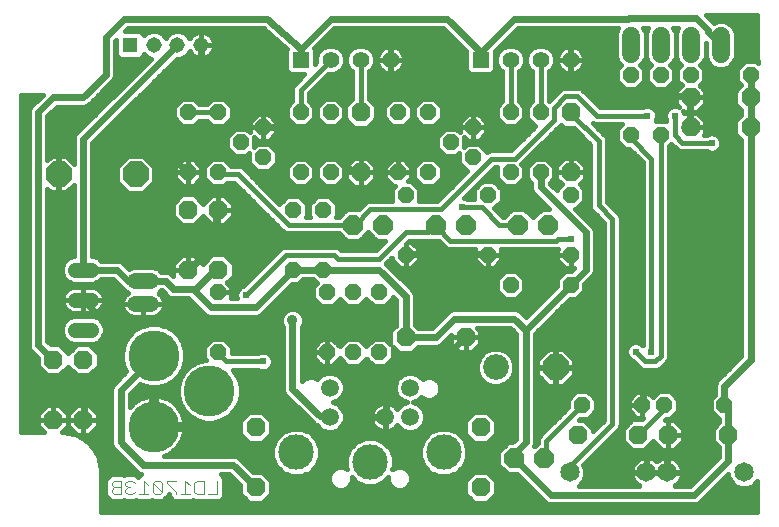
<source format=gbl>
G75*
%MOIN*%
%OFA0B0*%
%FSLAX25Y25*%
%IPPOS*%
%LPD*%
%AMOC8*
5,1,8,0,0,1.08239X$1,22.5*
%
%ADD10C,0.00400*%
%ADD11OC8,0.06300*%
%ADD12C,0.05200*%
%ADD13R,0.05543X0.05543*%
%ADD14C,0.05543*%
%ADD15R,0.05150X0.05150*%
%ADD16C,0.05150*%
%ADD17C,0.17000*%
%ADD18C,0.06000*%
%ADD19OC8,0.06600*%
%ADD20OC8,0.05200*%
%ADD21OC8,0.08500*%
%ADD22C,0.06496*%
%ADD23C,0.05150*%
%ADD24C,0.11811*%
%ADD25C,0.05937*%
%ADD26C,0.08600*%
%ADD27OC8,0.08600*%
%ADD28C,0.02400*%
%ADD29C,0.03600*%
%ADD30C,0.01600*%
%ADD31C,0.02200*%
%ADD32C,0.02400*%
D10*
X0079865Y0096633D02*
X0079098Y0097400D01*
X0079098Y0098168D01*
X0079865Y0098935D01*
X0082167Y0098935D01*
X0083702Y0098168D02*
X0083702Y0097400D01*
X0084469Y0096633D01*
X0086004Y0096633D01*
X0086771Y0097400D01*
X0088306Y0096633D02*
X0091375Y0096633D01*
X0089840Y0096633D02*
X0089840Y0101237D01*
X0091375Y0099702D01*
X0092910Y0100470D02*
X0095979Y0097400D01*
X0095211Y0096633D01*
X0093677Y0096633D01*
X0092910Y0097400D01*
X0092910Y0100470D01*
X0093677Y0101237D01*
X0095211Y0101237D01*
X0095979Y0100470D01*
X0095979Y0097400D01*
X0097513Y0100470D02*
X0100583Y0097400D01*
X0100583Y0096633D01*
X0102117Y0096633D02*
X0105187Y0096633D01*
X0103652Y0096633D02*
X0103652Y0101237D01*
X0105187Y0099702D01*
X0106721Y0100470D02*
X0106721Y0097400D01*
X0107489Y0096633D01*
X0109791Y0096633D01*
X0109791Y0101237D01*
X0107489Y0101237D01*
X0106721Y0100470D01*
X0111325Y0096633D02*
X0114394Y0096633D01*
X0114394Y0101237D01*
X0100583Y0101237D02*
X0097513Y0101237D01*
X0097513Y0100470D01*
X0086771Y0100470D02*
X0086004Y0101237D01*
X0084469Y0101237D01*
X0083702Y0100470D01*
X0083702Y0099702D01*
X0084469Y0098935D01*
X0083702Y0098168D01*
X0084469Y0098935D02*
X0085236Y0098935D01*
X0082167Y0096633D02*
X0079865Y0096633D01*
X0082167Y0096633D02*
X0082167Y0101237D01*
X0079865Y0101237D01*
X0079098Y0100470D01*
X0079098Y0099702D01*
X0079865Y0098935D01*
D11*
X0069594Y0121433D03*
X0059594Y0121433D03*
X0059594Y0141433D03*
X0069594Y0141433D03*
X0104594Y0171433D03*
X0114594Y0171433D03*
X0114594Y0191433D03*
X0104594Y0191433D03*
X0162094Y0203933D03*
X0162094Y0223933D03*
X0232094Y0223933D03*
X0232094Y0203933D03*
X0272094Y0218933D03*
X0272094Y0228933D03*
X0292094Y0228933D03*
X0292094Y0218933D03*
X0197094Y0148933D03*
X0177094Y0148933D03*
X0202094Y0118933D03*
X0202094Y0098933D03*
X0234594Y0116433D03*
X0254594Y0116433D03*
X0264594Y0116433D03*
X0284594Y0116433D03*
X0127094Y0118933D03*
X0127094Y0098933D03*
D12*
X0092194Y0160183D02*
X0086994Y0160183D01*
X0086994Y0167683D02*
X0092194Y0167683D01*
D13*
X0142094Y0241433D03*
X0202094Y0241433D03*
D14*
X0212094Y0241433D03*
X0222094Y0241433D03*
X0232094Y0241433D03*
X0172094Y0241433D03*
X0162094Y0241433D03*
X0152094Y0241433D03*
D15*
X0085283Y0246433D03*
D16*
X0093157Y0246433D03*
X0101031Y0246433D03*
X0108906Y0246433D03*
D17*
X0093157Y0142870D03*
X0111661Y0131059D03*
X0093157Y0119248D03*
D18*
X0252094Y0243433D02*
X0252094Y0249433D01*
X0262094Y0249433D02*
X0262094Y0243433D01*
X0272094Y0243433D02*
X0272094Y0249433D01*
X0282094Y0249433D02*
X0282094Y0243433D01*
D19*
X0224594Y0186433D03*
X0214594Y0186433D03*
X0197094Y0186433D03*
X0187094Y0186433D03*
X0169594Y0186433D03*
X0159594Y0186433D03*
X0213354Y0108618D03*
X0223354Y0108618D03*
D20*
X0235844Y0126433D03*
X0255844Y0126433D03*
X0263344Y0126433D03*
X0283344Y0126433D03*
X0232094Y0166433D03*
X0232094Y0176433D03*
X0212094Y0166433D03*
X0204594Y0176433D03*
X0204594Y0196433D03*
X0212094Y0203933D03*
X0222094Y0203933D03*
X0232094Y0196433D03*
X0252094Y0216433D03*
X0262094Y0216433D03*
X0262094Y0236433D03*
X0272094Y0236433D03*
X0252094Y0236433D03*
X0222094Y0223933D03*
X0212094Y0223933D03*
X0199594Y0218933D03*
X0192094Y0213933D03*
X0199594Y0208933D03*
X0184594Y0203933D03*
X0174594Y0203933D03*
X0177094Y0196433D03*
X0177094Y0176433D03*
X0168344Y0163933D03*
X0159594Y0163933D03*
X0150844Y0163933D03*
X0149594Y0171433D03*
X0139594Y0171433D03*
X0139594Y0191433D03*
X0149594Y0191433D03*
X0152094Y0203933D03*
X0142094Y0203933D03*
X0129594Y0208933D03*
X0122094Y0213933D03*
X0129594Y0218933D03*
X0142094Y0223933D03*
X0152094Y0223933D03*
X0174594Y0223933D03*
X0184594Y0223933D03*
X0114594Y0223933D03*
X0104594Y0223933D03*
X0104594Y0203933D03*
X0114594Y0203933D03*
X0114594Y0163933D03*
X0114594Y0143933D03*
X0150844Y0143933D03*
X0159594Y0143933D03*
X0168344Y0143933D03*
X0292094Y0236433D03*
D21*
X0087099Y0203323D03*
X0061499Y0203323D03*
D22*
X0231799Y0103933D03*
X0257390Y0103933D03*
X0264299Y0103933D03*
X0289890Y0103933D03*
D23*
X0072169Y0151433D02*
X0067020Y0151433D01*
X0067020Y0161433D02*
X0072169Y0161433D01*
X0072169Y0171433D02*
X0067020Y0171433D01*
D24*
X0140598Y0110587D03*
X0165205Y0107437D03*
X0189811Y0110587D03*
D25*
X0178591Y0122398D03*
X0170323Y0122398D03*
X0178591Y0132240D03*
X0151819Y0132240D03*
X0151819Y0122398D03*
D26*
X0207094Y0138933D03*
D27*
X0227094Y0138933D03*
D28*
X0256394Y0132483D02*
X0256394Y0126633D01*
X0255844Y0126433D01*
X0256394Y0132483D02*
X0278169Y0154258D01*
X0278494Y0153933D01*
X0204594Y0176433D02*
X0204394Y0176683D01*
X0177094Y0176683D01*
X0177094Y0176433D01*
X0162094Y0203933D02*
X0161494Y0203983D01*
X0159544Y0203983D01*
X0144594Y0218933D01*
X0129594Y0218933D01*
X0108844Y0235833D02*
X0099094Y0226083D01*
X0099094Y0209183D01*
X0104294Y0203983D01*
X0104594Y0203933D01*
X0114594Y0191433D02*
X0114044Y0190983D01*
X0114044Y0180583D01*
X0104944Y0171483D01*
X0104594Y0171433D01*
X0077644Y0153283D02*
X0069844Y0161083D01*
X0069594Y0161433D01*
X0077644Y0153283D02*
X0077644Y0141583D01*
X0069844Y0133783D01*
X0069844Y0121433D01*
X0069594Y0121433D01*
X0139394Y0131833D02*
X0148494Y0122733D01*
X0151744Y0122733D01*
X0151819Y0122398D01*
X0139394Y0131833D02*
X0139394Y0154583D01*
X0169944Y0133133D02*
X0170594Y0132483D01*
X0182944Y0144833D01*
X0192694Y0144833D01*
X0196594Y0148733D01*
X0197094Y0148933D01*
X0170594Y0132483D02*
X0170594Y0122733D01*
X0170323Y0122398D01*
X0271994Y0218933D02*
X0272094Y0218933D01*
X0271994Y0218933D02*
X0271994Y0228033D01*
X0272094Y0228933D01*
X0271994Y0229333D01*
X0244044Y0229333D01*
X0232344Y0241033D02*
X0232094Y0241433D01*
X0108906Y0246433D02*
X0108844Y0246233D01*
X0108844Y0235833D01*
D29*
X0139394Y0154583D03*
X0278494Y0153933D03*
D30*
X0075454Y0104383D02*
X0075454Y0090733D01*
X0294326Y0090733D01*
X0294326Y0100947D01*
X0292863Y0099484D01*
X0290934Y0098685D01*
X0288846Y0098685D01*
X0286917Y0099484D01*
X0285441Y0100960D01*
X0284642Y0102889D01*
X0284642Y0103346D01*
X0275973Y0094677D01*
X0275100Y0093805D01*
X0273961Y0093333D01*
X0224923Y0093333D01*
X0223783Y0093805D01*
X0214270Y0103318D01*
X0211159Y0103318D01*
X0208054Y0106423D01*
X0208054Y0110813D01*
X0211159Y0113918D01*
X0212695Y0113918D01*
X0213994Y0115217D01*
X0213994Y0150149D01*
X0212060Y0152083D01*
X0200945Y0152083D01*
X0202044Y0150983D01*
X0202044Y0148933D01*
X0197095Y0148933D01*
X0197095Y0148933D01*
X0202044Y0148933D01*
X0202044Y0146883D01*
X0199145Y0143983D01*
X0197095Y0143983D01*
X0197095Y0148933D01*
X0197094Y0148933D01*
X0192144Y0148933D01*
X0192144Y0146883D01*
X0195044Y0143983D01*
X0197094Y0143983D01*
X0197094Y0148933D01*
X0197094Y0148933D01*
X0192144Y0148933D01*
X0192144Y0149599D01*
X0189723Y0147177D01*
X0188850Y0146305D01*
X0187711Y0145833D01*
X0181278Y0145833D01*
X0179228Y0143783D01*
X0174961Y0143783D01*
X0172944Y0145800D01*
X0172944Y0142028D01*
X0170250Y0139333D01*
X0166439Y0139333D01*
X0163969Y0141803D01*
X0161500Y0139333D01*
X0157689Y0139333D01*
X0155078Y0141944D01*
X0152667Y0139533D01*
X0150845Y0139533D01*
X0150845Y0143933D01*
X0150844Y0143933D01*
X0146444Y0143933D01*
X0146444Y0142111D01*
X0149022Y0139533D01*
X0150844Y0139533D01*
X0150844Y0143933D01*
X0150844Y0143933D01*
X0146444Y0143933D01*
X0146444Y0145756D01*
X0149022Y0148333D01*
X0150844Y0148333D01*
X0150844Y0143933D01*
X0150845Y0143933D01*
X0150845Y0148333D01*
X0152667Y0148333D01*
X0155078Y0145922D01*
X0157689Y0148533D01*
X0161500Y0148533D01*
X0163969Y0146063D01*
X0166439Y0148533D01*
X0170250Y0148533D01*
X0171944Y0146838D01*
X0171944Y0151066D01*
X0173994Y0153116D01*
X0173994Y0161399D01*
X0172944Y0162449D01*
X0172944Y0162028D01*
X0170250Y0159333D01*
X0166439Y0159333D01*
X0163969Y0161803D01*
X0161500Y0159333D01*
X0157689Y0159333D01*
X0155219Y0161803D01*
X0152750Y0159333D01*
X0148939Y0159333D01*
X0146244Y0162028D01*
X0146244Y0165838D01*
X0147464Y0167058D01*
X0146189Y0168333D01*
X0143000Y0168333D01*
X0141500Y0166833D01*
X0139379Y0166833D01*
X0129723Y0157177D01*
X0128850Y0156305D01*
X0127711Y0155833D01*
X0112711Y0155833D01*
X0111478Y0155833D01*
X0110338Y0156305D01*
X0105338Y0161305D01*
X0104560Y0162083D01*
X0098978Y0162083D01*
X0097838Y0162555D01*
X0095810Y0164583D01*
X0095600Y0164583D01*
X0094800Y0163783D01*
X0094752Y0163763D01*
X0095061Y0163539D01*
X0095551Y0163049D01*
X0095958Y0162489D01*
X0096272Y0161872D01*
X0096486Y0161213D01*
X0096594Y0160529D01*
X0096594Y0160183D01*
X0089595Y0160183D01*
X0089595Y0160183D01*
X0096594Y0160183D01*
X0096594Y0159837D01*
X0096486Y0159153D01*
X0096272Y0158494D01*
X0095958Y0157877D01*
X0095551Y0157317D01*
X0095061Y0156827D01*
X0094501Y0156420D01*
X0093884Y0156105D01*
X0093225Y0155891D01*
X0092541Y0155783D01*
X0089595Y0155783D01*
X0089595Y0160183D01*
X0089594Y0160183D01*
X0082594Y0160183D01*
X0082594Y0159837D01*
X0082703Y0159153D01*
X0082917Y0158494D01*
X0083231Y0157877D01*
X0083638Y0157317D01*
X0084128Y0156827D01*
X0084688Y0156420D01*
X0085305Y0156105D01*
X0085964Y0155891D01*
X0086648Y0155783D01*
X0089594Y0155783D01*
X0089594Y0160183D01*
X0089594Y0160183D01*
X0082594Y0160183D01*
X0082594Y0160529D01*
X0082703Y0161213D01*
X0082917Y0161872D01*
X0083231Y0162489D01*
X0083638Y0163049D01*
X0084128Y0163539D01*
X0084437Y0163763D01*
X0084389Y0163783D01*
X0083314Y0164858D01*
X0082838Y0165055D01*
X0081966Y0165927D01*
X0081966Y0165927D01*
X0079560Y0168333D01*
X0075539Y0168333D01*
X0074761Y0167555D01*
X0073079Y0166858D01*
X0066110Y0166858D01*
X0064428Y0167555D01*
X0063141Y0168842D01*
X0062445Y0170523D01*
X0062445Y0172343D01*
X0063141Y0174024D01*
X0064428Y0175311D01*
X0066110Y0176008D01*
X0066494Y0176008D01*
X0066494Y0199762D01*
X0064005Y0197273D01*
X0061599Y0197273D01*
X0061599Y0203223D01*
X0061399Y0203223D01*
X0061399Y0197273D01*
X0058993Y0197273D01*
X0057694Y0198572D01*
X0057694Y0147717D01*
X0058829Y0146583D01*
X0061728Y0146583D01*
X0064594Y0143716D01*
X0067461Y0146583D01*
X0071728Y0146583D01*
X0074744Y0143566D01*
X0074744Y0139300D01*
X0071728Y0136283D01*
X0067461Y0136283D01*
X0064594Y0139150D01*
X0061728Y0136283D01*
X0057461Y0136283D01*
X0054444Y0139300D01*
X0054444Y0142199D01*
X0051966Y0144677D01*
X0051494Y0145816D01*
X0051494Y0224550D01*
X0051966Y0225689D01*
X0056143Y0229865D01*
X0048894Y0229865D01*
X0048894Y0117292D01*
X0056735Y0117292D01*
X0054644Y0119383D01*
X0054644Y0121433D01*
X0059594Y0121433D01*
X0059594Y0121433D01*
X0054644Y0121433D01*
X0054644Y0123483D01*
X0057544Y0126383D01*
X0059594Y0126383D01*
X0059594Y0121433D01*
X0059595Y0121433D01*
X0059595Y0121433D01*
X0064544Y0121433D01*
X0064544Y0119383D01*
X0062454Y0117292D01*
X0062544Y0117292D01*
X0062569Y0117314D01*
X0062871Y0117292D01*
X0063174Y0117292D01*
X0063197Y0117269D01*
X0064315Y0117189D01*
X0064370Y0117224D01*
X0064638Y0117166D01*
X0064911Y0117146D01*
X0064954Y0117097D01*
X0066080Y0116852D01*
X0066139Y0116879D01*
X0066396Y0116783D01*
X0066664Y0116725D01*
X0066699Y0116670D01*
X0067779Y0116267D01*
X0067842Y0116286D01*
X0068082Y0116154D01*
X0068339Y0116059D01*
X0068366Y0115999D01*
X0069378Y0115447D01*
X0069442Y0115456D01*
X0069662Y0115292D01*
X0069902Y0115160D01*
X0069921Y0115098D01*
X0070843Y0114407D01*
X0070908Y0114407D01*
X0071102Y0114213D01*
X0071322Y0114049D01*
X0071331Y0113985D01*
X0072146Y0113170D01*
X0072211Y0113160D01*
X0072375Y0112941D01*
X0072569Y0112747D01*
X0072569Y0112682D01*
X0073259Y0111759D01*
X0073322Y0111741D01*
X0073453Y0111500D01*
X0073618Y0111281D01*
X0073608Y0111216D01*
X0074161Y0110205D01*
X0074220Y0110178D01*
X0074316Y0109921D01*
X0074447Y0109680D01*
X0074429Y0109618D01*
X0074832Y0108538D01*
X0074886Y0108502D01*
X0074945Y0108235D01*
X0075040Y0107978D01*
X0075013Y0107919D01*
X0075258Y0106792D01*
X0075308Y0106750D01*
X0075327Y0106476D01*
X0075385Y0106208D01*
X0075350Y0106153D01*
X0075430Y0105036D01*
X0075454Y0105012D01*
X0075454Y0104710D01*
X0075475Y0104408D01*
X0075454Y0104383D01*
X0075454Y0104918D02*
X0086725Y0104918D01*
X0086915Y0103437D02*
X0085994Y0103437D01*
X0085092Y0103437D01*
X0083558Y0103437D01*
X0083318Y0103197D01*
X0083078Y0103437D01*
X0078954Y0103437D01*
X0078186Y0102670D01*
X0076898Y0101381D01*
X0076898Y0098312D01*
X0076898Y0098312D01*
X0076898Y0097391D01*
X0076898Y0096489D01*
X0076913Y0096474D01*
X0078186Y0095200D01*
X0078186Y0095200D01*
X0078954Y0094433D01*
X0079856Y0094433D01*
X0083078Y0094433D01*
X0083318Y0094673D01*
X0083558Y0094433D01*
X0084460Y0094433D01*
X0086915Y0094433D01*
X0087155Y0094673D01*
X0087394Y0094433D01*
X0092286Y0094433D01*
X0092526Y0094673D01*
X0092766Y0094433D01*
X0093667Y0094433D01*
X0096123Y0094433D01*
X0098160Y0096470D01*
X0098179Y0096489D01*
X0098179Y0096693D01*
X0098383Y0096489D01*
X0098383Y0095722D01*
X0099671Y0094433D01*
X0106098Y0094433D01*
X0106338Y0094673D01*
X0106577Y0094433D01*
X0106577Y0094433D01*
X0106577Y0094433D01*
X0107498Y0094433D01*
X0115306Y0094433D01*
X0116594Y0095722D01*
X0116594Y0102148D01*
X0115410Y0103333D01*
X0118310Y0103333D01*
X0121944Y0099699D01*
X0121944Y0096800D01*
X0124961Y0093783D01*
X0129228Y0093783D01*
X0132244Y0096800D01*
X0132244Y0101066D01*
X0129228Y0104083D01*
X0126329Y0104083D01*
X0122223Y0108189D01*
X0121350Y0109061D01*
X0120211Y0109533D01*
X0096579Y0109533D01*
X0097105Y0109717D01*
X0098148Y0110219D01*
X0099127Y0110835D01*
X0100032Y0111556D01*
X0100850Y0112374D01*
X0101571Y0113278D01*
X0102186Y0114258D01*
X0102688Y0115300D01*
X0103071Y0116392D01*
X0103328Y0117520D01*
X0103432Y0118448D01*
X0093958Y0118448D01*
X0093958Y0120048D01*
X0103432Y0120048D01*
X0103328Y0120976D01*
X0103071Y0122104D01*
X0102688Y0123196D01*
X0102186Y0124238D01*
X0101571Y0125218D01*
X0100850Y0126122D01*
X0100032Y0126940D01*
X0099127Y0127662D01*
X0098148Y0128277D01*
X0097105Y0128779D01*
X0096013Y0129161D01*
X0094886Y0129418D01*
X0093957Y0129523D01*
X0093957Y0120048D01*
X0092357Y0120048D01*
X0092357Y0129523D01*
X0091429Y0129418D01*
X0090302Y0129161D01*
X0089210Y0128779D01*
X0088167Y0128277D01*
X0087188Y0127662D01*
X0086283Y0126940D01*
X0085465Y0126122D01*
X0085194Y0125783D01*
X0085194Y0130149D01*
X0088487Y0133442D01*
X0089105Y0133086D01*
X0091775Y0132370D01*
X0094540Y0132370D01*
X0097210Y0133086D01*
X0099605Y0134468D01*
X0101560Y0136423D01*
X0102942Y0138817D01*
X0103657Y0141488D01*
X0103657Y0144252D01*
X0102942Y0146923D01*
X0101560Y0149317D01*
X0099605Y0151272D01*
X0097210Y0152655D01*
X0094540Y0153370D01*
X0091775Y0153370D01*
X0089105Y0152655D01*
X0086710Y0151272D01*
X0084755Y0149317D01*
X0083373Y0146923D01*
X0082657Y0144252D01*
X0082657Y0141488D01*
X0083373Y0138817D01*
X0084003Y0137726D01*
X0079466Y0133189D01*
X0078994Y0132050D01*
X0078994Y0113316D01*
X0079466Y0112177D01*
X0080338Y0111305D01*
X0087838Y0103805D01*
X0088870Y0103378D01*
X0087922Y0102430D01*
X0086915Y0103437D01*
X0087032Y0103320D02*
X0088812Y0103320D01*
X0085092Y0103437D02*
X0085092Y0103437D01*
X0083440Y0103320D02*
X0083196Y0103320D01*
X0085127Y0106517D02*
X0075324Y0106517D01*
X0074989Y0108115D02*
X0083528Y0108115D01*
X0081930Y0109714D02*
X0074429Y0109714D01*
X0073594Y0111312D02*
X0080331Y0111312D01*
X0079163Y0112911D02*
X0072405Y0112911D01*
X0070707Y0114509D02*
X0078994Y0114509D01*
X0078994Y0116108D02*
X0068207Y0116108D01*
X0067544Y0116483D02*
X0064644Y0119383D01*
X0064644Y0121433D01*
X0069594Y0121433D01*
X0069594Y0121433D01*
X0064644Y0121433D01*
X0064644Y0123483D01*
X0067544Y0126383D01*
X0069594Y0126383D01*
X0069594Y0121433D01*
X0069595Y0121433D01*
X0069595Y0121433D01*
X0074544Y0121433D01*
X0074544Y0119383D01*
X0071645Y0116483D01*
X0069595Y0116483D01*
X0069595Y0121433D01*
X0074544Y0121433D01*
X0074544Y0123483D01*
X0071645Y0126383D01*
X0069595Y0126383D01*
X0069595Y0121433D01*
X0069594Y0121433D01*
X0069594Y0116483D01*
X0067544Y0116483D01*
X0066321Y0117706D02*
X0062868Y0117706D01*
X0064467Y0119305D02*
X0064722Y0119305D01*
X0064644Y0120903D02*
X0064544Y0120903D01*
X0064544Y0121433D02*
X0059595Y0121433D01*
X0059595Y0126383D01*
X0061645Y0126383D01*
X0064544Y0123483D01*
X0064544Y0121433D01*
X0064544Y0122502D02*
X0064644Y0122502D01*
X0065261Y0124100D02*
X0063928Y0124100D01*
X0062329Y0125699D02*
X0066860Y0125699D01*
X0069594Y0125699D02*
X0069595Y0125699D01*
X0069594Y0124100D02*
X0069595Y0124100D01*
X0069594Y0122502D02*
X0069595Y0122502D01*
X0069594Y0120903D02*
X0069595Y0120903D01*
X0069594Y0119305D02*
X0069595Y0119305D01*
X0069594Y0117706D02*
X0069595Y0117706D01*
X0072868Y0117706D02*
X0078994Y0117706D01*
X0078994Y0119305D02*
X0074467Y0119305D01*
X0074544Y0120903D02*
X0078994Y0120903D01*
X0078994Y0122502D02*
X0074544Y0122502D01*
X0073928Y0124100D02*
X0078994Y0124100D01*
X0078994Y0125699D02*
X0072329Y0125699D01*
X0078994Y0127297D02*
X0048894Y0127297D01*
X0048894Y0125699D02*
X0056860Y0125699D01*
X0055261Y0124100D02*
X0048894Y0124100D01*
X0048894Y0122502D02*
X0054644Y0122502D01*
X0054644Y0120903D02*
X0048894Y0120903D01*
X0048894Y0119305D02*
X0054722Y0119305D01*
X0056321Y0117706D02*
X0048894Y0117706D01*
X0059594Y0122502D02*
X0059595Y0122502D01*
X0059594Y0124100D02*
X0059595Y0124100D01*
X0059594Y0125699D02*
X0059595Y0125699D01*
X0048894Y0128896D02*
X0078994Y0128896D01*
X0078994Y0130494D02*
X0048894Y0130494D01*
X0048894Y0132093D02*
X0079012Y0132093D01*
X0079969Y0133691D02*
X0048894Y0133691D01*
X0048894Y0135290D02*
X0081567Y0135290D01*
X0083166Y0136888D02*
X0072333Y0136888D01*
X0073932Y0138487D02*
X0083564Y0138487D01*
X0083033Y0140085D02*
X0074744Y0140085D01*
X0074744Y0141684D02*
X0082657Y0141684D01*
X0082657Y0143282D02*
X0074744Y0143282D01*
X0073430Y0144881D02*
X0082826Y0144881D01*
X0083254Y0146479D02*
X0071831Y0146479D01*
X0073079Y0146858D02*
X0066110Y0146858D01*
X0064428Y0147555D01*
X0063141Y0148842D01*
X0062445Y0150523D01*
X0062445Y0152343D01*
X0063141Y0154024D01*
X0064428Y0155311D01*
X0066110Y0156008D01*
X0073079Y0156008D01*
X0074761Y0155311D01*
X0076048Y0154024D01*
X0076744Y0152343D01*
X0076744Y0150523D01*
X0076048Y0148842D01*
X0074761Y0147555D01*
X0073079Y0146858D01*
X0075284Y0148078D02*
X0084040Y0148078D01*
X0085115Y0149677D02*
X0076393Y0149677D01*
X0076744Y0151275D02*
X0086715Y0151275D01*
X0089922Y0152874D02*
X0076524Y0152874D01*
X0075600Y0154472D02*
X0135594Y0154472D01*
X0135594Y0153827D02*
X0136173Y0152431D01*
X0136194Y0152409D01*
X0136194Y0131197D01*
X0136682Y0130020D01*
X0145782Y0120920D01*
X0146682Y0120020D01*
X0147580Y0119648D01*
X0147607Y0119583D01*
X0149004Y0118186D01*
X0150831Y0117429D01*
X0152807Y0117429D01*
X0154633Y0118186D01*
X0156031Y0119583D01*
X0156787Y0121409D01*
X0156787Y0123386D01*
X0156031Y0125212D01*
X0154633Y0126610D01*
X0152921Y0127319D01*
X0154633Y0128028D01*
X0156031Y0129426D01*
X0156787Y0131252D01*
X0156787Y0133228D01*
X0156031Y0135055D01*
X0154633Y0136452D01*
X0152807Y0137209D01*
X0150831Y0137209D01*
X0149004Y0136452D01*
X0147611Y0135059D01*
X0146269Y0135615D01*
X0144770Y0135615D01*
X0143385Y0135041D01*
X0142594Y0134251D01*
X0142594Y0152409D01*
X0142616Y0152431D01*
X0143194Y0153827D01*
X0143194Y0155339D01*
X0142616Y0156736D01*
X0141547Y0157805D01*
X0140150Y0158383D01*
X0138639Y0158383D01*
X0137242Y0157805D01*
X0136173Y0156736D01*
X0135594Y0155339D01*
X0135594Y0153827D01*
X0135990Y0152874D02*
X0096393Y0152874D01*
X0099600Y0151275D02*
X0136194Y0151275D01*
X0136194Y0149677D02*
X0101200Y0149677D01*
X0102275Y0148078D02*
X0112234Y0148078D01*
X0112689Y0148533D02*
X0109994Y0145838D01*
X0109994Y0142028D01*
X0110463Y0141559D01*
X0110279Y0141559D01*
X0107609Y0140843D01*
X0105214Y0139461D01*
X0103259Y0137506D01*
X0101877Y0135112D01*
X0101161Y0132441D01*
X0101161Y0129677D01*
X0101877Y0127006D01*
X0103259Y0124612D01*
X0105214Y0122657D01*
X0107609Y0121275D01*
X0110279Y0120559D01*
X0113044Y0120559D01*
X0115714Y0121275D01*
X0118109Y0122657D01*
X0120063Y0124612D01*
X0121446Y0127006D01*
X0122161Y0129677D01*
X0122161Y0132441D01*
X0121446Y0135112D01*
X0120063Y0137506D01*
X0119437Y0138133D01*
X0128042Y0138133D01*
X0129008Y0137733D01*
X0130281Y0137733D01*
X0131457Y0138220D01*
X0132357Y0139120D01*
X0132844Y0140297D01*
X0132844Y0141570D01*
X0132357Y0142746D01*
X0131457Y0143646D01*
X0130281Y0144133D01*
X0129008Y0144133D01*
X0128042Y0143733D01*
X0119194Y0143733D01*
X0119194Y0145838D01*
X0116500Y0148533D01*
X0112689Y0148533D01*
X0110636Y0146479D02*
X0103061Y0146479D01*
X0103489Y0144881D02*
X0109994Y0144881D01*
X0109994Y0143282D02*
X0103657Y0143282D01*
X0103657Y0141684D02*
X0110338Y0141684D01*
X0106296Y0140085D02*
X0103282Y0140085D01*
X0102751Y0138487D02*
X0104240Y0138487D01*
X0102903Y0136888D02*
X0101828Y0136888D01*
X0101980Y0135290D02*
X0100427Y0135290D01*
X0101496Y0133691D02*
X0098260Y0133691D01*
X0101161Y0132093D02*
X0087138Y0132093D01*
X0085540Y0130494D02*
X0101161Y0130494D01*
X0101371Y0128896D02*
X0096771Y0128896D01*
X0093957Y0128896D02*
X0092357Y0128896D01*
X0092357Y0127297D02*
X0093957Y0127297D01*
X0093957Y0125699D02*
X0092357Y0125699D01*
X0092357Y0124100D02*
X0093957Y0124100D01*
X0093957Y0122502D02*
X0092357Y0122502D01*
X0092357Y0120903D02*
X0093957Y0120903D01*
X0093958Y0119305D02*
X0121944Y0119305D01*
X0121944Y0120903D02*
X0114328Y0120903D01*
X0117840Y0122502D02*
X0123380Y0122502D01*
X0121944Y0121066D02*
X0121944Y0116800D01*
X0124961Y0113783D01*
X0129228Y0113783D01*
X0132244Y0116800D01*
X0132244Y0121066D01*
X0129228Y0124083D01*
X0124961Y0124083D01*
X0121944Y0121066D01*
X0121944Y0117706D02*
X0103349Y0117706D01*
X0102971Y0116108D02*
X0122637Y0116108D01*
X0124235Y0114509D02*
X0102308Y0114509D01*
X0101278Y0112911D02*
X0133004Y0112911D01*
X0132693Y0112159D02*
X0133896Y0115065D01*
X0136120Y0117289D01*
X0139026Y0118492D01*
X0142171Y0118492D01*
X0145077Y0117289D01*
X0147300Y0115065D01*
X0148504Y0112159D01*
X0148504Y0109014D01*
X0147300Y0106109D01*
X0145077Y0103885D01*
X0142171Y0102681D01*
X0139026Y0102681D01*
X0136120Y0103885D01*
X0133896Y0106109D01*
X0132693Y0109014D01*
X0132693Y0112159D01*
X0132693Y0111312D02*
X0099726Y0111312D01*
X0097096Y0109714D02*
X0132693Y0109714D01*
X0133065Y0108115D02*
X0122296Y0108115D01*
X0123895Y0106517D02*
X0133727Y0106517D01*
X0135087Y0104918D02*
X0125493Y0104918D01*
X0129991Y0103320D02*
X0137484Y0103320D01*
X0131590Y0101721D02*
X0151594Y0101721D01*
X0151594Y0101176D02*
X0151594Y0102675D01*
X0152167Y0104060D01*
X0153228Y0105120D01*
X0154613Y0105694D01*
X0156112Y0105694D01*
X0157497Y0105120D01*
X0157686Y0104931D01*
X0157299Y0105864D01*
X0157299Y0109010D01*
X0158503Y0111915D01*
X0160727Y0114139D01*
X0163632Y0115343D01*
X0166777Y0115343D01*
X0169683Y0114139D01*
X0171907Y0111915D01*
X0173110Y0109010D01*
X0173110Y0105864D01*
X0172724Y0104931D01*
X0172913Y0105120D01*
X0174298Y0105694D01*
X0175797Y0105694D01*
X0177182Y0105120D01*
X0178242Y0104060D01*
X0178816Y0102675D01*
X0178816Y0101176D01*
X0178242Y0099791D01*
X0177182Y0098730D01*
X0175797Y0098157D01*
X0174298Y0098157D01*
X0172913Y0098730D01*
X0171852Y0099791D01*
X0171279Y0101176D01*
X0171279Y0102331D01*
X0169683Y0100735D01*
X0166777Y0099531D01*
X0163632Y0099531D01*
X0160727Y0100735D01*
X0159131Y0102331D01*
X0159131Y0101176D01*
X0158557Y0099791D01*
X0157497Y0098730D01*
X0156112Y0098157D01*
X0154613Y0098157D01*
X0153228Y0098730D01*
X0152167Y0099791D01*
X0151594Y0101176D01*
X0152030Y0100123D02*
X0132244Y0100123D01*
X0132244Y0098524D02*
X0153725Y0098524D01*
X0156999Y0098524D02*
X0173411Y0098524D01*
X0171715Y0100123D02*
X0168204Y0100123D01*
X0170669Y0101721D02*
X0171279Y0101721D01*
X0173110Y0106517D02*
X0182940Y0106517D01*
X0183109Y0106109D02*
X0185333Y0103885D01*
X0188239Y0102681D01*
X0191384Y0102681D01*
X0194289Y0103885D01*
X0196513Y0106109D01*
X0197717Y0109014D01*
X0197717Y0112159D01*
X0196513Y0115065D01*
X0194289Y0117289D01*
X0191384Y0118492D01*
X0188239Y0118492D01*
X0185333Y0117289D01*
X0183109Y0115065D01*
X0181906Y0112159D01*
X0181906Y0109014D01*
X0183109Y0106109D01*
X0184299Y0104918D02*
X0177384Y0104918D01*
X0178549Y0103320D02*
X0186697Y0103320D01*
X0192925Y0103320D02*
X0199198Y0103320D01*
X0199961Y0104083D02*
X0196944Y0101066D01*
X0196944Y0096800D01*
X0199961Y0093783D01*
X0204228Y0093783D01*
X0207244Y0096800D01*
X0207244Y0101066D01*
X0204228Y0104083D01*
X0199961Y0104083D01*
X0197599Y0101721D02*
X0178816Y0101721D01*
X0178380Y0100123D02*
X0196944Y0100123D01*
X0196944Y0098524D02*
X0176684Y0098524D01*
X0173110Y0108115D02*
X0182278Y0108115D01*
X0181906Y0109714D02*
X0172819Y0109714D01*
X0172156Y0111312D02*
X0181906Y0111312D01*
X0182217Y0112911D02*
X0170911Y0112911D01*
X0168789Y0114509D02*
X0182879Y0114509D01*
X0184152Y0116108D02*
X0146257Y0116108D01*
X0147530Y0114509D02*
X0161621Y0114509D01*
X0159498Y0112911D02*
X0148193Y0112911D01*
X0148504Y0111312D02*
X0158253Y0111312D01*
X0157591Y0109714D02*
X0148504Y0109714D01*
X0148132Y0108115D02*
X0157299Y0108115D01*
X0157299Y0106517D02*
X0147469Y0106517D01*
X0146110Y0104918D02*
X0153026Y0104918D01*
X0151861Y0103320D02*
X0143713Y0103320D01*
X0132244Y0096926D02*
X0196944Y0096926D01*
X0198417Y0095327D02*
X0130772Y0095327D01*
X0123417Y0095327D02*
X0116200Y0095327D01*
X0116594Y0096926D02*
X0121944Y0096926D01*
X0121944Y0098524D02*
X0116594Y0098524D01*
X0116594Y0100123D02*
X0121521Y0100123D01*
X0119922Y0101721D02*
X0116594Y0101721D01*
X0115423Y0103320D02*
X0118324Y0103320D01*
X0129954Y0114509D02*
X0133666Y0114509D01*
X0134940Y0116108D02*
X0131552Y0116108D01*
X0132244Y0117706D02*
X0137129Y0117706D01*
X0132244Y0119305D02*
X0147885Y0119305D01*
X0145799Y0120903D02*
X0132244Y0120903D01*
X0130809Y0122502D02*
X0144200Y0122502D01*
X0142602Y0124100D02*
X0119552Y0124100D01*
X0120691Y0125699D02*
X0141003Y0125699D01*
X0139405Y0127297D02*
X0121524Y0127297D01*
X0121952Y0128896D02*
X0137806Y0128896D01*
X0136485Y0130494D02*
X0122161Y0130494D01*
X0122161Y0132093D02*
X0136194Y0132093D01*
X0136194Y0133691D02*
X0121826Y0133691D01*
X0121343Y0135290D02*
X0136194Y0135290D01*
X0136194Y0136888D02*
X0120420Y0136888D01*
X0117294Y0140933D02*
X0114694Y0143533D01*
X0114594Y0143933D01*
X0117294Y0140933D02*
X0129644Y0140933D01*
X0131821Y0143282D02*
X0136194Y0143282D01*
X0136194Y0141684D02*
X0132797Y0141684D01*
X0132757Y0140085D02*
X0136194Y0140085D01*
X0136194Y0138487D02*
X0131724Y0138487D01*
X0136194Y0144881D02*
X0119194Y0144881D01*
X0118553Y0146479D02*
X0136194Y0146479D01*
X0136194Y0148078D02*
X0116955Y0148078D01*
X0110905Y0156071D02*
X0093776Y0156071D01*
X0095807Y0157669D02*
X0108974Y0157669D01*
X0107376Y0159268D02*
X0096504Y0159268D01*
X0096541Y0160866D02*
X0105777Y0160866D01*
X0098057Y0162465D02*
X0095970Y0162465D01*
X0096330Y0164063D02*
X0095080Y0164063D01*
X0095600Y0170783D02*
X0094800Y0171583D01*
X0093109Y0172283D01*
X0086079Y0172283D01*
X0084877Y0171785D01*
X0083473Y0173189D01*
X0082600Y0174061D01*
X0081461Y0174533D01*
X0075539Y0174533D01*
X0074761Y0175311D01*
X0073079Y0176008D01*
X0072694Y0176008D01*
X0072694Y0213712D01*
X0100841Y0241858D01*
X0101941Y0241858D01*
X0103623Y0242555D01*
X0104910Y0243842D01*
X0105092Y0244281D01*
X0105164Y0244140D01*
X0105569Y0243583D01*
X0106056Y0243096D01*
X0106613Y0242691D01*
X0107226Y0242379D01*
X0107881Y0242166D01*
X0108561Y0242058D01*
X0108905Y0242058D01*
X0108905Y0246433D01*
X0108906Y0246433D01*
X0108906Y0246433D01*
X0113280Y0246433D01*
X0113280Y0246089D01*
X0113173Y0245409D01*
X0112960Y0244754D01*
X0112647Y0244140D01*
X0112242Y0243583D01*
X0111755Y0243096D01*
X0111198Y0242691D01*
X0110585Y0242379D01*
X0109930Y0242166D01*
X0109250Y0242058D01*
X0108906Y0242058D01*
X0108906Y0246433D01*
X0113280Y0246433D01*
X0113280Y0246777D01*
X0113173Y0247458D01*
X0112960Y0248112D01*
X0112647Y0248726D01*
X0112242Y0249283D01*
X0111755Y0249770D01*
X0111198Y0250175D01*
X0110585Y0250487D01*
X0109930Y0250700D01*
X0109250Y0250808D01*
X0108906Y0250808D01*
X0108906Y0246433D01*
X0108905Y0246433D01*
X0108905Y0250808D01*
X0108561Y0250808D01*
X0107881Y0250700D01*
X0107226Y0250487D01*
X0106613Y0250175D01*
X0106056Y0249770D01*
X0105569Y0249283D01*
X0105164Y0248726D01*
X0105092Y0248585D01*
X0104910Y0249024D01*
X0103623Y0250311D01*
X0101941Y0251008D01*
X0100122Y0251008D01*
X0098440Y0250311D01*
X0097153Y0249024D01*
X0097094Y0248883D01*
X0097036Y0249024D01*
X0095749Y0250311D01*
X0094067Y0251008D01*
X0092247Y0251008D01*
X0090566Y0250311D01*
X0089858Y0249604D01*
X0089858Y0249836D01*
X0088687Y0251008D01*
X0083553Y0251008D01*
X0084629Y0252083D01*
X0129666Y0252083D01*
X0137452Y0245162D01*
X0137323Y0245033D01*
X0137323Y0237833D01*
X0138494Y0236661D01*
X0143363Y0236661D01*
X0140508Y0233807D01*
X0139721Y0233019D01*
X0139294Y0231990D01*
X0139294Y0227638D01*
X0137494Y0225838D01*
X0137494Y0222028D01*
X0140189Y0219333D01*
X0144000Y0219333D01*
X0146694Y0222028D01*
X0146694Y0225838D01*
X0144894Y0227638D01*
X0144894Y0230273D01*
X0151283Y0236661D01*
X0153044Y0236661D01*
X0154797Y0237388D01*
X0156140Y0238730D01*
X0156866Y0240484D01*
X0156866Y0242382D01*
X0156140Y0244136D01*
X0154797Y0245478D01*
X0153044Y0246205D01*
X0151145Y0246205D01*
X0149392Y0245478D01*
X0148049Y0244136D01*
X0147323Y0242382D01*
X0147323Y0240621D01*
X0146866Y0240164D01*
X0146866Y0245033D01*
X0146597Y0245302D01*
X0153379Y0252083D01*
X0189560Y0252083D01*
X0197323Y0244321D01*
X0197323Y0237833D01*
X0198494Y0236661D01*
X0205695Y0236661D01*
X0206866Y0237833D01*
X0206866Y0244321D01*
X0214629Y0252083D01*
X0247780Y0252083D01*
X0247094Y0250428D01*
X0247094Y0242438D01*
X0247856Y0240601D01*
X0248806Y0239650D01*
X0247494Y0238338D01*
X0247494Y0234528D01*
X0250189Y0231833D01*
X0254000Y0231833D01*
X0256694Y0234528D01*
X0256694Y0238338D01*
X0255383Y0239650D01*
X0256333Y0240601D01*
X0257094Y0242438D01*
X0257094Y0250428D01*
X0256347Y0252233D01*
X0257842Y0252233D01*
X0257094Y0250428D01*
X0257094Y0242438D01*
X0257856Y0240601D01*
X0258806Y0239650D01*
X0257494Y0238338D01*
X0257494Y0234528D01*
X0260189Y0231833D01*
X0264000Y0231833D01*
X0266694Y0234528D01*
X0266694Y0238338D01*
X0265383Y0239650D01*
X0266333Y0240601D01*
X0267094Y0242438D01*
X0267094Y0250428D01*
X0266347Y0252233D01*
X0267842Y0252233D01*
X0267094Y0250428D01*
X0267094Y0242438D01*
X0267856Y0240601D01*
X0268806Y0239650D01*
X0267494Y0238338D01*
X0267494Y0234528D01*
X0269092Y0232931D01*
X0267144Y0230983D01*
X0267144Y0228933D01*
X0267144Y0226883D01*
X0268392Y0225635D01*
X0267431Y0226033D01*
X0266158Y0226033D01*
X0264982Y0225546D01*
X0264082Y0224646D01*
X0263594Y0223470D01*
X0263594Y0222197D01*
X0263994Y0221231D01*
X0263994Y0221033D01*
X0260413Y0221033D01*
X0260894Y0222197D01*
X0260894Y0223470D01*
X0260407Y0224646D01*
X0259507Y0225546D01*
X0258331Y0226033D01*
X0257058Y0226033D01*
X0256092Y0225633D01*
X0241954Y0225633D01*
X0236668Y0230919D01*
X0235881Y0231707D01*
X0234851Y0232133D01*
X0229838Y0232133D01*
X0228808Y0231707D01*
X0224908Y0227807D01*
X0224894Y0227793D01*
X0224894Y0237485D01*
X0226140Y0238730D01*
X0226866Y0240484D01*
X0226866Y0242382D01*
X0226140Y0244136D01*
X0224797Y0245478D01*
X0223044Y0246205D01*
X0221145Y0246205D01*
X0219392Y0245478D01*
X0218049Y0244136D01*
X0217323Y0242382D01*
X0217323Y0240484D01*
X0218049Y0238730D01*
X0219294Y0237485D01*
X0219294Y0227638D01*
X0217494Y0225838D01*
X0217494Y0222028D01*
X0220189Y0219333D01*
X0220335Y0219333D01*
X0212335Y0211333D01*
X0205138Y0211333D01*
X0204121Y0210912D01*
X0201500Y0213533D01*
X0197689Y0213533D01*
X0196694Y0212538D01*
X0196694Y0215611D01*
X0197772Y0214533D01*
X0199594Y0214533D01*
X0199594Y0218933D01*
X0195194Y0218933D01*
X0195194Y0217338D01*
X0194000Y0218533D01*
X0190189Y0218533D01*
X0187494Y0215838D01*
X0187494Y0212028D01*
X0190189Y0209333D01*
X0194000Y0209333D01*
X0194994Y0210328D01*
X0194994Y0207028D01*
X0197612Y0204410D01*
X0187635Y0194433D01*
X0181600Y0194433D01*
X0181694Y0194528D01*
X0181694Y0198338D01*
X0179000Y0201033D01*
X0177917Y0201033D01*
X0178994Y0202111D01*
X0178994Y0203933D01*
X0174595Y0203933D01*
X0174595Y0203933D01*
X0178994Y0203933D01*
X0178994Y0205756D01*
X0176417Y0208333D01*
X0174595Y0208333D01*
X0174595Y0203933D01*
X0174594Y0203933D01*
X0170194Y0203933D01*
X0170194Y0202111D01*
X0172772Y0199533D01*
X0173689Y0199533D01*
X0172494Y0198338D01*
X0172494Y0194528D01*
X0172589Y0194433D01*
X0164838Y0194433D01*
X0163808Y0194007D01*
X0161535Y0191733D01*
X0157399Y0191733D01*
X0154899Y0189233D01*
X0153900Y0189233D01*
X0154194Y0189528D01*
X0154194Y0193338D01*
X0151500Y0196033D01*
X0147689Y0196033D01*
X0144994Y0193338D01*
X0144994Y0189528D01*
X0145289Y0189233D01*
X0143900Y0189233D01*
X0144194Y0189528D01*
X0144194Y0193338D01*
X0141500Y0196033D01*
X0137689Y0196033D01*
X0135072Y0193416D01*
X0122781Y0205707D01*
X0121751Y0206133D01*
X0118900Y0206133D01*
X0116500Y0208533D01*
X0112689Y0208533D01*
X0109994Y0205838D01*
X0109994Y0202028D01*
X0112689Y0199333D01*
X0116500Y0199333D01*
X0117700Y0200533D01*
X0120035Y0200533D01*
X0135721Y0184847D01*
X0136508Y0184059D01*
X0137538Y0183633D01*
X0154899Y0183633D01*
X0157399Y0181133D01*
X0161790Y0181133D01*
X0164594Y0183938D01*
X0167399Y0181133D01*
X0170335Y0181133D01*
X0167185Y0177983D01*
X0155754Y0177983D01*
X0155718Y0178019D01*
X0154931Y0178807D01*
X0153901Y0179233D01*
X0137447Y0179233D01*
X0137250Y0179284D01*
X0136895Y0179233D01*
X0136538Y0179233D01*
X0136349Y0179155D01*
X0136147Y0179126D01*
X0135839Y0178944D01*
X0135508Y0178807D01*
X0135364Y0178663D01*
X0135189Y0178559D01*
X0134974Y0178272D01*
X0134721Y0178019D01*
X0134650Y0177848D01*
X0122948Y0166146D01*
X0121982Y0165746D01*
X0121082Y0164846D01*
X0120594Y0163670D01*
X0120594Y0162397D01*
X0120745Y0162033D01*
X0118917Y0162033D01*
X0118994Y0162111D01*
X0118994Y0163933D01*
X0114595Y0163933D01*
X0114595Y0163933D01*
X0118994Y0163933D01*
X0118994Y0165756D01*
X0117597Y0167153D01*
X0119744Y0169300D01*
X0119744Y0173566D01*
X0116728Y0176583D01*
X0112461Y0176583D01*
X0109453Y0173575D01*
X0106645Y0176383D01*
X0104595Y0176383D01*
X0104595Y0171433D01*
X0104594Y0171433D01*
X0099644Y0171433D01*
X0099644Y0169517D01*
X0098850Y0170311D01*
X0097711Y0170783D01*
X0095600Y0170783D01*
X0093658Y0172056D02*
X0099644Y0172056D01*
X0099644Y0171433D02*
X0099644Y0173483D01*
X0102544Y0176383D01*
X0104594Y0176383D01*
X0104594Y0171433D01*
X0104594Y0171433D01*
X0099644Y0171433D01*
X0099644Y0170457D02*
X0098498Y0170457D01*
X0099815Y0173654D02*
X0083007Y0173654D01*
X0083473Y0173189D02*
X0083473Y0173189D01*
X0084606Y0172056D02*
X0085531Y0172056D01*
X0080633Y0167260D02*
X0074049Y0167260D01*
X0073312Y0165662D02*
X0082232Y0165662D01*
X0084109Y0164063D02*
X0075666Y0164063D01*
X0075506Y0164283D02*
X0075019Y0164770D01*
X0074462Y0165175D01*
X0073849Y0165487D01*
X0073194Y0165700D01*
X0072514Y0165808D01*
X0069595Y0165808D01*
X0069595Y0161433D01*
X0069595Y0161433D01*
X0076544Y0161433D01*
X0076544Y0161089D01*
X0076436Y0160409D01*
X0076224Y0159754D01*
X0075911Y0159140D01*
X0075506Y0158583D01*
X0075019Y0158096D01*
X0074462Y0157691D01*
X0073849Y0157379D01*
X0073194Y0157166D01*
X0072514Y0157058D01*
X0069595Y0157058D01*
X0069595Y0161433D01*
X0076544Y0161433D01*
X0076544Y0161777D01*
X0076436Y0162458D01*
X0076224Y0163112D01*
X0075911Y0163726D01*
X0075506Y0164283D01*
X0076434Y0162465D02*
X0083219Y0162465D01*
X0082648Y0160866D02*
X0076509Y0160866D01*
X0075976Y0159268D02*
X0082685Y0159268D01*
X0083382Y0157669D02*
X0074418Y0157669D01*
X0069595Y0157669D02*
X0069594Y0157669D01*
X0069594Y0157058D02*
X0069594Y0161433D01*
X0062645Y0161433D01*
X0062645Y0161089D01*
X0062753Y0160409D01*
X0062965Y0159754D01*
X0063278Y0159140D01*
X0063683Y0158583D01*
X0064170Y0158096D01*
X0064727Y0157691D01*
X0065340Y0157379D01*
X0065995Y0157166D01*
X0066675Y0157058D01*
X0069594Y0157058D01*
X0069594Y0159268D02*
X0069595Y0159268D01*
X0069594Y0160866D02*
X0069595Y0160866D01*
X0069594Y0161433D02*
X0069595Y0161433D01*
X0069594Y0161433D01*
X0069594Y0161433D01*
X0062645Y0161433D01*
X0062645Y0161777D01*
X0062753Y0162458D01*
X0062965Y0163112D01*
X0063278Y0163726D01*
X0063683Y0164283D01*
X0064170Y0164770D01*
X0064727Y0165175D01*
X0065340Y0165487D01*
X0065995Y0165700D01*
X0066675Y0165808D01*
X0069594Y0165808D01*
X0069594Y0161433D01*
X0069594Y0162465D02*
X0069595Y0162465D01*
X0069594Y0164063D02*
X0069595Y0164063D01*
X0069594Y0165662D02*
X0069595Y0165662D01*
X0065877Y0165662D02*
X0057694Y0165662D01*
X0057694Y0167260D02*
X0065140Y0167260D01*
X0063134Y0168859D02*
X0057694Y0168859D01*
X0057694Y0170457D02*
X0062472Y0170457D01*
X0062445Y0172056D02*
X0057694Y0172056D01*
X0057694Y0173654D02*
X0062988Y0173654D01*
X0064370Y0175253D02*
X0057694Y0175253D01*
X0057694Y0176851D02*
X0066494Y0176851D01*
X0066494Y0178450D02*
X0057694Y0178450D01*
X0057694Y0180048D02*
X0066494Y0180048D01*
X0066494Y0181647D02*
X0057694Y0181647D01*
X0057694Y0183245D02*
X0066494Y0183245D01*
X0066494Y0184844D02*
X0057694Y0184844D01*
X0057694Y0186442D02*
X0066494Y0186442D01*
X0066494Y0188041D02*
X0057694Y0188041D01*
X0057694Y0189639D02*
X0066494Y0189639D01*
X0066494Y0191238D02*
X0057694Y0191238D01*
X0057694Y0192836D02*
X0066494Y0192836D01*
X0066494Y0194435D02*
X0057694Y0194435D01*
X0057694Y0196033D02*
X0066494Y0196033D01*
X0066494Y0197632D02*
X0064364Y0197632D01*
X0065963Y0199230D02*
X0066494Y0199230D01*
X0061599Y0199230D02*
X0061399Y0199230D01*
X0061399Y0197632D02*
X0061599Y0197632D01*
X0058634Y0197632D02*
X0057694Y0197632D01*
X0061399Y0200829D02*
X0061599Y0200829D01*
X0061599Y0202427D02*
X0061399Y0202427D01*
X0061399Y0203423D02*
X0061399Y0209373D01*
X0058993Y0209373D01*
X0057694Y0208074D01*
X0057694Y0222649D01*
X0060879Y0225833D01*
X0070211Y0225833D01*
X0071350Y0226305D01*
X0072223Y0227177D01*
X0079723Y0234677D01*
X0080194Y0235816D01*
X0080194Y0247649D01*
X0080709Y0248163D01*
X0080709Y0243030D01*
X0081880Y0241858D01*
X0088687Y0241858D01*
X0089858Y0243030D01*
X0089858Y0243263D01*
X0090566Y0242555D01*
X0092124Y0241909D01*
X0067838Y0217624D01*
X0066966Y0216752D01*
X0066494Y0215613D01*
X0066494Y0206884D01*
X0064005Y0209373D01*
X0061599Y0209373D01*
X0061599Y0203423D01*
X0061399Y0203423D01*
X0061399Y0204026D02*
X0061599Y0204026D01*
X0061599Y0205624D02*
X0061399Y0205624D01*
X0061399Y0207223D02*
X0061599Y0207223D01*
X0061599Y0208821D02*
X0061399Y0208821D01*
X0058442Y0208821D02*
X0057694Y0208821D01*
X0057694Y0210420D02*
X0066494Y0210420D01*
X0066494Y0212018D02*
X0057694Y0212018D01*
X0057694Y0213617D02*
X0066494Y0213617D01*
X0066494Y0215215D02*
X0057694Y0215215D01*
X0057694Y0216814D02*
X0067028Y0216814D01*
X0068627Y0218412D02*
X0057694Y0218412D01*
X0057694Y0220011D02*
X0070225Y0220011D01*
X0071824Y0221610D02*
X0057694Y0221610D01*
X0058253Y0223208D02*
X0073422Y0223208D01*
X0075021Y0224807D02*
X0059852Y0224807D01*
X0055879Y0229602D02*
X0048894Y0229602D01*
X0048894Y0228004D02*
X0054281Y0228004D01*
X0052682Y0226405D02*
X0048894Y0226405D01*
X0048894Y0224807D02*
X0051601Y0224807D01*
X0051494Y0223208D02*
X0048894Y0223208D01*
X0048894Y0221610D02*
X0051494Y0221610D01*
X0051494Y0220011D02*
X0048894Y0220011D01*
X0048894Y0218412D02*
X0051494Y0218412D01*
X0051494Y0216814D02*
X0048894Y0216814D01*
X0048894Y0215215D02*
X0051494Y0215215D01*
X0051494Y0213617D02*
X0048894Y0213617D01*
X0048894Y0212018D02*
X0051494Y0212018D01*
X0051494Y0210420D02*
X0048894Y0210420D01*
X0048894Y0208821D02*
X0051494Y0208821D01*
X0051494Y0207223D02*
X0048894Y0207223D01*
X0048894Y0205624D02*
X0051494Y0205624D01*
X0051494Y0204026D02*
X0048894Y0204026D01*
X0048894Y0202427D02*
X0051494Y0202427D01*
X0051494Y0200829D02*
X0048894Y0200829D01*
X0048894Y0199230D02*
X0051494Y0199230D01*
X0051494Y0197632D02*
X0048894Y0197632D01*
X0048894Y0196033D02*
X0051494Y0196033D01*
X0051494Y0194435D02*
X0048894Y0194435D01*
X0048894Y0192836D02*
X0051494Y0192836D01*
X0051494Y0191238D02*
X0048894Y0191238D01*
X0048894Y0189639D02*
X0051494Y0189639D01*
X0051494Y0188041D02*
X0048894Y0188041D01*
X0048894Y0186442D02*
X0051494Y0186442D01*
X0051494Y0184844D02*
X0048894Y0184844D01*
X0048894Y0183245D02*
X0051494Y0183245D01*
X0051494Y0181647D02*
X0048894Y0181647D01*
X0048894Y0180048D02*
X0051494Y0180048D01*
X0051494Y0178450D02*
X0048894Y0178450D01*
X0048894Y0176851D02*
X0051494Y0176851D01*
X0051494Y0175253D02*
X0048894Y0175253D01*
X0048894Y0173654D02*
X0051494Y0173654D01*
X0051494Y0172056D02*
X0048894Y0172056D01*
X0048894Y0170457D02*
X0051494Y0170457D01*
X0051494Y0168859D02*
X0048894Y0168859D01*
X0048894Y0167260D02*
X0051494Y0167260D01*
X0051494Y0165662D02*
X0048894Y0165662D01*
X0048894Y0164063D02*
X0051494Y0164063D01*
X0051494Y0162465D02*
X0048894Y0162465D01*
X0048894Y0160866D02*
X0051494Y0160866D01*
X0051494Y0159268D02*
X0048894Y0159268D01*
X0048894Y0157669D02*
X0051494Y0157669D01*
X0051494Y0156071D02*
X0048894Y0156071D01*
X0048894Y0154472D02*
X0051494Y0154472D01*
X0051494Y0152874D02*
X0048894Y0152874D01*
X0048894Y0151275D02*
X0051494Y0151275D01*
X0051494Y0149677D02*
X0048894Y0149677D01*
X0048894Y0148078D02*
X0051494Y0148078D01*
X0051494Y0146479D02*
X0048894Y0146479D01*
X0048894Y0144881D02*
X0051882Y0144881D01*
X0053361Y0143282D02*
X0048894Y0143282D01*
X0048894Y0141684D02*
X0054444Y0141684D01*
X0054444Y0140085D02*
X0048894Y0140085D01*
X0048894Y0138487D02*
X0055257Y0138487D01*
X0056856Y0136888D02*
X0048894Y0136888D01*
X0062333Y0136888D02*
X0066856Y0136888D01*
X0065257Y0138487D02*
X0063932Y0138487D01*
X0063430Y0144881D02*
X0065759Y0144881D01*
X0067358Y0146479D02*
X0061831Y0146479D01*
X0063905Y0148078D02*
X0057694Y0148078D01*
X0057694Y0149677D02*
X0062796Y0149677D01*
X0062445Y0151275D02*
X0057694Y0151275D01*
X0057694Y0152874D02*
X0062665Y0152874D01*
X0063589Y0154472D02*
X0057694Y0154472D01*
X0057694Y0156071D02*
X0085413Y0156071D01*
X0089594Y0156071D02*
X0089595Y0156071D01*
X0089594Y0157669D02*
X0089595Y0157669D01*
X0089594Y0159268D02*
X0089595Y0159268D01*
X0104594Y0172056D02*
X0104595Y0172056D01*
X0104594Y0173654D02*
X0104595Y0173654D01*
X0104594Y0175253D02*
X0104595Y0175253D01*
X0107775Y0175253D02*
X0111131Y0175253D01*
X0109532Y0173654D02*
X0109374Y0173654D01*
X0118058Y0175253D02*
X0132054Y0175253D01*
X0133653Y0176851D02*
X0072694Y0176851D01*
X0072694Y0178450D02*
X0135107Y0178450D01*
X0137094Y0176433D02*
X0136794Y0176033D01*
X0123794Y0163033D01*
X0120757Y0164063D02*
X0118994Y0164063D01*
X0118994Y0162465D02*
X0120594Y0162465D01*
X0121898Y0165662D02*
X0118994Y0165662D01*
X0117705Y0167260D02*
X0124062Y0167260D01*
X0125660Y0168859D02*
X0119303Y0168859D01*
X0119744Y0170457D02*
X0127259Y0170457D01*
X0128857Y0172056D02*
X0119744Y0172056D01*
X0119657Y0173654D02*
X0130456Y0173654D01*
X0137094Y0176433D02*
X0153344Y0176433D01*
X0154594Y0175183D01*
X0168344Y0175183D01*
X0177094Y0183933D01*
X0184594Y0183933D01*
X0187094Y0186433D01*
X0187494Y0185783D01*
X0192044Y0181233D01*
X0227144Y0181233D01*
X0227794Y0181883D01*
X0232344Y0181883D01*
X0232094Y0176433D02*
X0227694Y0176433D01*
X0227694Y0174611D01*
X0230272Y0172033D01*
X0232094Y0172033D01*
X0232094Y0176433D01*
X0227694Y0176433D01*
X0227694Y0178256D01*
X0227993Y0178554D01*
X0227701Y0178433D01*
X0208817Y0178433D01*
X0208994Y0178256D01*
X0208994Y0176433D01*
X0204595Y0176433D01*
X0204595Y0176433D01*
X0208994Y0176433D01*
X0208994Y0174611D01*
X0206417Y0172033D01*
X0204595Y0172033D01*
X0204595Y0176433D01*
X0204594Y0176433D01*
X0200194Y0176433D01*
X0200194Y0174611D01*
X0202772Y0172033D01*
X0204594Y0172033D01*
X0204594Y0176433D01*
X0204594Y0176433D01*
X0200194Y0176433D01*
X0200194Y0178256D01*
X0200372Y0178433D01*
X0191488Y0178433D01*
X0190458Y0178859D01*
X0188185Y0181133D01*
X0178254Y0181133D01*
X0177954Y0180833D01*
X0178917Y0180833D01*
X0181494Y0178256D01*
X0181494Y0176433D01*
X0177095Y0176433D01*
X0177095Y0176433D01*
X0181494Y0176433D01*
X0181494Y0174611D01*
X0178917Y0172033D01*
X0177095Y0172033D01*
X0177095Y0176433D01*
X0177094Y0176433D01*
X0177094Y0172033D01*
X0175272Y0172033D01*
X0172694Y0174611D01*
X0172694Y0175573D01*
X0170718Y0173597D01*
X0170641Y0173520D01*
X0170973Y0173189D01*
X0170973Y0173189D01*
X0178850Y0165311D01*
X0179723Y0164439D01*
X0180194Y0163300D01*
X0180194Y0153116D01*
X0181278Y0152033D01*
X0185810Y0152033D01*
X0191588Y0157811D01*
X0192728Y0158283D01*
X0213961Y0158283D01*
X0215100Y0157811D01*
X0215973Y0156939D01*
X0217094Y0155817D01*
X0227494Y0166217D01*
X0227494Y0168338D01*
X0230189Y0171033D01*
X0232310Y0171033D01*
X0233310Y0172033D01*
X0232095Y0172033D01*
X0232095Y0176433D01*
X0232094Y0176433D01*
X0232094Y0176433D01*
X0232094Y0175253D02*
X0232095Y0175253D01*
X0232094Y0173654D02*
X0232095Y0173654D01*
X0232094Y0172056D02*
X0232095Y0172056D01*
X0230249Y0172056D02*
X0206440Y0172056D01*
X0204595Y0172056D02*
X0204594Y0172056D01*
X0204594Y0173654D02*
X0204595Y0173654D01*
X0204594Y0175253D02*
X0204595Y0175253D01*
X0202749Y0172056D02*
X0178940Y0172056D01*
X0177095Y0172056D02*
X0177094Y0172056D01*
X0177094Y0173654D02*
X0177095Y0173654D01*
X0177094Y0175253D02*
X0177095Y0175253D01*
X0177095Y0176433D02*
X0177095Y0179973D01*
X0177094Y0179973D01*
X0177094Y0176433D01*
X0177095Y0176433D01*
X0177094Y0176851D02*
X0177095Y0176851D01*
X0177094Y0178450D02*
X0177095Y0178450D01*
X0179702Y0180048D02*
X0189270Y0180048D01*
X0191447Y0178450D02*
X0181300Y0178450D01*
X0181494Y0176851D02*
X0200194Y0176851D01*
X0200194Y0175253D02*
X0181494Y0175253D01*
X0180538Y0173654D02*
X0201151Y0173654D01*
X0208038Y0173654D02*
X0228651Y0173654D01*
X0227694Y0175253D02*
X0208994Y0175253D01*
X0208994Y0176851D02*
X0227694Y0176851D01*
X0227742Y0178450D02*
X0227889Y0178450D01*
X0229613Y0170457D02*
X0214576Y0170457D01*
X0214000Y0171033D02*
X0216694Y0168338D01*
X0216694Y0164528D01*
X0214000Y0161833D01*
X0210189Y0161833D01*
X0207494Y0164528D01*
X0207494Y0168338D01*
X0210189Y0171033D01*
X0214000Y0171033D01*
X0216174Y0168859D02*
X0228015Y0168859D01*
X0227494Y0167260D02*
X0216694Y0167260D01*
X0216694Y0165662D02*
X0226939Y0165662D01*
X0225340Y0164063D02*
X0216230Y0164063D01*
X0214631Y0162465D02*
X0223742Y0162465D01*
X0222143Y0160866D02*
X0180194Y0160866D01*
X0180194Y0159268D02*
X0220545Y0159268D01*
X0218946Y0157669D02*
X0215243Y0157669D01*
X0216841Y0156071D02*
X0217348Y0156071D01*
X0221320Y0151275D02*
X0243194Y0151275D01*
X0243194Y0149677D02*
X0220194Y0149677D01*
X0220194Y0150149D02*
X0231879Y0161833D01*
X0234000Y0161833D01*
X0236694Y0164528D01*
X0236694Y0166649D01*
X0239723Y0169677D01*
X0240194Y0170816D01*
X0240194Y0184550D01*
X0239723Y0185689D01*
X0238850Y0186561D01*
X0233579Y0191833D01*
X0234000Y0191833D01*
X0236694Y0194528D01*
X0236694Y0198338D01*
X0235097Y0199936D01*
X0237044Y0201883D01*
X0237044Y0203933D01*
X0232095Y0203933D01*
X0232095Y0203933D01*
X0237044Y0203933D01*
X0237044Y0205983D01*
X0234145Y0208883D01*
X0232095Y0208883D01*
X0232095Y0203933D01*
X0232094Y0203933D01*
X0227144Y0203933D01*
X0227144Y0201883D01*
X0229092Y0199936D01*
X0227494Y0198338D01*
X0227494Y0197917D01*
X0225194Y0200217D01*
X0225194Y0200528D01*
X0226694Y0202028D01*
X0226694Y0205838D01*
X0224000Y0208533D01*
X0220189Y0208533D01*
X0217494Y0205838D01*
X0217494Y0202028D01*
X0218994Y0200528D01*
X0218994Y0198316D01*
X0219466Y0197177D01*
X0224910Y0191733D01*
X0222399Y0191733D01*
X0219594Y0188928D01*
X0216790Y0191733D01*
X0212399Y0191733D01*
X0209899Y0189233D01*
X0209454Y0189233D01*
X0206677Y0192010D01*
X0209194Y0194528D01*
X0209194Y0198338D01*
X0206500Y0201033D01*
X0202689Y0201033D01*
X0199994Y0198338D01*
X0199994Y0195083D01*
X0197547Y0195083D01*
X0196597Y0195476D01*
X0206854Y0205733D01*
X0207494Y0205733D01*
X0207494Y0202028D01*
X0210189Y0199333D01*
X0214000Y0199333D01*
X0216694Y0202028D01*
X0216694Y0205838D01*
X0215727Y0206806D01*
X0215868Y0206947D01*
X0228833Y0219912D01*
X0229961Y0218783D01*
X0233085Y0218783D01*
X0238644Y0213223D01*
X0238644Y0192376D01*
X0239071Y0191347D01*
X0239858Y0190559D01*
X0243194Y0187223D01*
X0243194Y0121293D01*
X0239544Y0117643D01*
X0239544Y0118483D01*
X0236645Y0121383D01*
X0234954Y0121383D01*
X0235404Y0121833D01*
X0237750Y0121833D01*
X0240444Y0124528D01*
X0240444Y0128338D01*
X0237750Y0131033D01*
X0233939Y0131033D01*
X0231244Y0128338D01*
X0231244Y0125593D01*
X0222308Y0116657D01*
X0221521Y0115869D01*
X0221094Y0114840D01*
X0221094Y0113854D01*
X0219938Y0112697D01*
X0220194Y0113316D01*
X0220194Y0150149D01*
X0220194Y0148078D02*
X0243194Y0148078D01*
X0243194Y0146479D02*
X0220194Y0146479D01*
X0220194Y0144881D02*
X0224416Y0144881D01*
X0224568Y0145033D02*
X0220994Y0141460D01*
X0220994Y0139133D01*
X0226894Y0139133D01*
X0226894Y0138733D01*
X0220994Y0138733D01*
X0220994Y0136406D01*
X0224568Y0132833D01*
X0226894Y0132833D01*
X0226894Y0138733D01*
X0227294Y0138733D01*
X0227294Y0132833D01*
X0229621Y0132833D01*
X0233194Y0136406D01*
X0233194Y0138733D01*
X0227295Y0138733D01*
X0227295Y0139133D01*
X0233194Y0139133D01*
X0233194Y0141460D01*
X0229621Y0145033D01*
X0227294Y0145033D01*
X0227294Y0139133D01*
X0226894Y0139133D01*
X0226894Y0145033D01*
X0224568Y0145033D01*
X0226894Y0144881D02*
X0227294Y0144881D01*
X0227294Y0143282D02*
X0226894Y0143282D01*
X0226894Y0141684D02*
X0227294Y0141684D01*
X0227294Y0140085D02*
X0226894Y0140085D01*
X0226894Y0138487D02*
X0227294Y0138487D01*
X0227294Y0136888D02*
X0226894Y0136888D01*
X0226894Y0135290D02*
X0227294Y0135290D01*
X0227294Y0133691D02*
X0226894Y0133691D01*
X0223709Y0133691D02*
X0220194Y0133691D01*
X0220194Y0132093D02*
X0243194Y0132093D01*
X0243194Y0133691D02*
X0230479Y0133691D01*
X0232078Y0135290D02*
X0243194Y0135290D01*
X0243194Y0136888D02*
X0233194Y0136888D01*
X0233194Y0138487D02*
X0243194Y0138487D01*
X0243194Y0140085D02*
X0233194Y0140085D01*
X0232970Y0141684D02*
X0243194Y0141684D01*
X0243194Y0143282D02*
X0231372Y0143282D01*
X0229773Y0144881D02*
X0243194Y0144881D01*
X0248794Y0144881D02*
X0250620Y0144881D01*
X0250594Y0144820D02*
X0250594Y0143547D01*
X0251082Y0142370D01*
X0251982Y0141470D01*
X0252948Y0141070D01*
X0254671Y0139347D01*
X0255458Y0138559D01*
X0256488Y0138133D01*
X0260851Y0138133D01*
X0261881Y0138559D01*
X0263831Y0140509D01*
X0264618Y0141297D01*
X0265044Y0142326D01*
X0265044Y0212878D01*
X0265667Y0213500D01*
X0267808Y0211359D01*
X0268838Y0210933D01*
X0277542Y0210933D01*
X0278508Y0210533D01*
X0279781Y0210533D01*
X0280957Y0211020D01*
X0281857Y0211920D01*
X0282344Y0213097D01*
X0282344Y0214370D01*
X0281857Y0215546D01*
X0280957Y0216446D01*
X0279781Y0216933D01*
X0278508Y0216933D01*
X0277542Y0216533D01*
X0276695Y0216533D01*
X0277044Y0216883D01*
X0277044Y0218933D01*
X0272095Y0218933D01*
X0272095Y0218933D01*
X0277044Y0218933D01*
X0277044Y0220983D01*
X0274145Y0223883D01*
X0272095Y0223883D01*
X0272095Y0218933D01*
X0272094Y0218933D01*
X0269594Y0218933D01*
X0269594Y0218933D01*
X0272094Y0218933D01*
X0272094Y0218933D01*
X0272094Y0223883D01*
X0270044Y0223883D01*
X0269888Y0223727D01*
X0269596Y0224431D01*
X0270044Y0223983D01*
X0272094Y0223983D01*
X0272094Y0228933D01*
X0267144Y0228933D01*
X0272094Y0228933D01*
X0272094Y0228933D01*
X0272095Y0228933D01*
X0272095Y0228933D01*
X0277044Y0228933D01*
X0277044Y0226883D01*
X0274145Y0223983D01*
X0272095Y0223983D01*
X0272095Y0228933D01*
X0277044Y0228933D01*
X0277044Y0230983D01*
X0275097Y0232931D01*
X0276694Y0234528D01*
X0276694Y0238338D01*
X0275383Y0239650D01*
X0276333Y0240601D01*
X0277094Y0242438D01*
X0277094Y0247149D01*
X0277094Y0247149D01*
X0277094Y0242438D01*
X0277856Y0240601D01*
X0279262Y0239194D01*
X0281100Y0238433D01*
X0283089Y0238433D01*
X0284927Y0239194D01*
X0286333Y0240601D01*
X0287094Y0242438D01*
X0287094Y0250428D01*
X0286333Y0252265D01*
X0284927Y0253672D01*
X0283089Y0254433D01*
X0281100Y0254433D01*
X0279777Y0253885D01*
X0277237Y0256424D01*
X0294326Y0256424D01*
X0294326Y0242775D01*
X0294304Y0242750D01*
X0294326Y0242448D01*
X0294326Y0242145D01*
X0294349Y0242122D01*
X0294429Y0241004D01*
X0294394Y0240949D01*
X0294452Y0240681D01*
X0294460Y0240573D01*
X0294000Y0241033D01*
X0290189Y0241033D01*
X0287494Y0238338D01*
X0287494Y0234528D01*
X0288950Y0233072D01*
X0286944Y0231066D01*
X0286944Y0226800D01*
X0288994Y0224750D01*
X0288994Y0223116D01*
X0286944Y0221066D01*
X0286944Y0216800D01*
X0288994Y0214750D01*
X0288994Y0142717D01*
X0281588Y0135311D01*
X0280716Y0134439D01*
X0280244Y0133300D01*
X0280244Y0129838D01*
X0278744Y0128338D01*
X0278744Y0124528D01*
X0281439Y0121833D01*
X0281494Y0121833D01*
X0281494Y0120616D01*
X0279444Y0118566D01*
X0279444Y0114300D01*
X0281494Y0112250D01*
X0281494Y0108967D01*
X0272060Y0099533D01*
X0266783Y0099533D01*
X0266945Y0099616D01*
X0267588Y0100083D01*
X0268150Y0100645D01*
X0268617Y0101287D01*
X0268977Y0101995D01*
X0269223Y0102751D01*
X0269347Y0103536D01*
X0269347Y0103650D01*
X0264582Y0103650D01*
X0264582Y0104216D01*
X0264017Y0104216D01*
X0264017Y0108981D01*
X0263902Y0108981D01*
X0263117Y0108857D01*
X0262361Y0108611D01*
X0261653Y0108251D01*
X0261011Y0107783D01*
X0260844Y0107617D01*
X0260678Y0107783D01*
X0260036Y0108251D01*
X0259328Y0108611D01*
X0258572Y0108857D01*
X0257787Y0108981D01*
X0257672Y0108981D01*
X0257672Y0104216D01*
X0257107Y0104216D01*
X0257107Y0108981D01*
X0256992Y0108981D01*
X0256208Y0108857D01*
X0255452Y0108611D01*
X0254744Y0108251D01*
X0254101Y0107783D01*
X0253539Y0107222D01*
X0253072Y0106579D01*
X0252712Y0105871D01*
X0252466Y0105115D01*
X0252342Y0104330D01*
X0252342Y0104216D01*
X0257107Y0104216D01*
X0257107Y0103650D01*
X0252342Y0103650D01*
X0252342Y0103536D01*
X0252466Y0102751D01*
X0252712Y0101995D01*
X0253072Y0101287D01*
X0253539Y0100645D01*
X0254101Y0100083D01*
X0254744Y0099616D01*
X0254906Y0099533D01*
X0234821Y0099533D01*
X0236248Y0100960D01*
X0237047Y0102889D01*
X0237047Y0104977D01*
X0236388Y0106567D01*
X0247581Y0117759D01*
X0248368Y0118547D01*
X0248794Y0119576D01*
X0248794Y0188940D01*
X0248368Y0189969D01*
X0244244Y0194093D01*
X0244244Y0214940D01*
X0243818Y0215969D01*
X0239413Y0220375D01*
X0240238Y0220033D01*
X0249189Y0220033D01*
X0247494Y0218338D01*
X0247494Y0214528D01*
X0250189Y0211833D01*
X0251735Y0211833D01*
X0256194Y0207373D01*
X0256194Y0146309D01*
X0255607Y0146896D01*
X0254431Y0147383D01*
X0253158Y0147383D01*
X0251982Y0146896D01*
X0251082Y0145996D01*
X0250594Y0144820D01*
X0250704Y0143282D02*
X0248794Y0143282D01*
X0248794Y0141684D02*
X0251768Y0141684D01*
X0253932Y0140085D02*
X0248794Y0140085D01*
X0248794Y0138487D02*
X0255633Y0138487D01*
X0257044Y0140933D02*
X0260294Y0140933D01*
X0262244Y0142883D01*
X0262244Y0216333D01*
X0262094Y0216433D01*
X0266794Y0216333D02*
X0266794Y0222833D01*
X0263838Y0221610D02*
X0260651Y0221610D01*
X0260894Y0223208D02*
X0263594Y0223208D01*
X0264242Y0224807D02*
X0260246Y0224807D01*
X0257694Y0222833D02*
X0240794Y0222833D01*
X0234294Y0229333D01*
X0230394Y0229333D01*
X0226494Y0225433D01*
X0226494Y0221533D01*
X0213494Y0208533D01*
X0205694Y0208533D01*
X0188794Y0191633D01*
X0165394Y0191633D01*
X0160194Y0186433D01*
X0159594Y0186433D01*
X0138094Y0186433D01*
X0121194Y0203333D01*
X0114694Y0203333D01*
X0114594Y0203933D01*
X0111379Y0207223D02*
X0107527Y0207223D01*
X0106417Y0208333D02*
X0104595Y0208333D01*
X0104595Y0203933D01*
X0104595Y0203933D01*
X0108994Y0203933D01*
X0108994Y0202111D01*
X0106417Y0199533D01*
X0104595Y0199533D01*
X0104595Y0203933D01*
X0108994Y0203933D01*
X0108994Y0205756D01*
X0106417Y0208333D01*
X0104594Y0208333D02*
X0104594Y0203933D01*
X0100194Y0203933D01*
X0100194Y0202111D01*
X0102772Y0199533D01*
X0104594Y0199533D01*
X0104594Y0203933D01*
X0104594Y0203933D01*
X0100194Y0203933D01*
X0100194Y0205756D01*
X0102772Y0208333D01*
X0104594Y0208333D01*
X0104594Y0207223D02*
X0104595Y0207223D01*
X0104594Y0205624D02*
X0104595Y0205624D01*
X0104594Y0204026D02*
X0104595Y0204026D01*
X0104595Y0203933D02*
X0104594Y0203933D01*
X0104595Y0203933D01*
X0104594Y0202427D02*
X0104595Y0202427D01*
X0104594Y0200829D02*
X0104595Y0200829D01*
X0107713Y0200829D02*
X0111193Y0200829D01*
X0109994Y0202427D02*
X0108994Y0202427D01*
X0108994Y0204026D02*
X0109994Y0204026D01*
X0109994Y0205624D02*
X0108994Y0205624D01*
X0101662Y0207223D02*
X0092038Y0207223D01*
X0093349Y0205912D02*
X0089688Y0209573D01*
X0084510Y0209573D01*
X0080849Y0205912D01*
X0080849Y0200734D01*
X0084510Y0197073D01*
X0089688Y0197073D01*
X0093349Y0200734D01*
X0093349Y0205912D01*
X0093349Y0205624D02*
X0100194Y0205624D01*
X0100194Y0204026D02*
X0093349Y0204026D01*
X0093349Y0202427D02*
X0100194Y0202427D01*
X0101476Y0200829D02*
X0093349Y0200829D01*
X0091846Y0199230D02*
X0121337Y0199230D01*
X0122936Y0197632D02*
X0090247Y0197632D01*
X0083951Y0197632D02*
X0072694Y0197632D01*
X0072694Y0199230D02*
X0082353Y0199230D01*
X0080849Y0200829D02*
X0072694Y0200829D01*
X0072694Y0202427D02*
X0080849Y0202427D01*
X0080849Y0204026D02*
X0072694Y0204026D01*
X0072694Y0205624D02*
X0080849Y0205624D01*
X0082160Y0207223D02*
X0072694Y0207223D01*
X0072694Y0208821D02*
X0083759Y0208821D01*
X0090439Y0208821D02*
X0124994Y0208821D01*
X0124000Y0209333D02*
X0124994Y0210328D01*
X0124994Y0207028D01*
X0127689Y0204333D01*
X0131500Y0204333D01*
X0134194Y0207028D01*
X0134194Y0210838D01*
X0131500Y0213533D01*
X0127689Y0213533D01*
X0126694Y0212538D01*
X0126694Y0215611D01*
X0127772Y0214533D01*
X0129594Y0214533D01*
X0129594Y0218933D01*
X0125194Y0218933D01*
X0125194Y0217338D01*
X0124000Y0218533D01*
X0120189Y0218533D01*
X0117494Y0215838D01*
X0117494Y0212028D01*
X0120189Y0209333D01*
X0124000Y0209333D01*
X0124994Y0207223D02*
X0117810Y0207223D01*
X0119102Y0210420D02*
X0072694Y0210420D01*
X0072694Y0212018D02*
X0117504Y0212018D01*
X0117494Y0213617D02*
X0072694Y0213617D01*
X0074198Y0215215D02*
X0117494Y0215215D01*
X0118470Y0216814D02*
X0075796Y0216814D01*
X0077395Y0218412D02*
X0120069Y0218412D01*
X0117178Y0220011D02*
X0125194Y0220011D01*
X0125194Y0220756D02*
X0125194Y0218933D01*
X0129594Y0218933D01*
X0129594Y0218933D01*
X0129595Y0218933D01*
X0129595Y0218933D01*
X0133994Y0218933D01*
X0133994Y0217111D01*
X0131417Y0214533D01*
X0129595Y0214533D01*
X0129595Y0218933D01*
X0133994Y0218933D01*
X0133994Y0220756D01*
X0131417Y0223333D01*
X0129595Y0223333D01*
X0129595Y0218933D01*
X0129594Y0218933D01*
X0129594Y0223333D01*
X0127772Y0223333D01*
X0125194Y0220756D01*
X0126048Y0221610D02*
X0118776Y0221610D01*
X0119194Y0222028D02*
X0119194Y0225838D01*
X0116500Y0228533D01*
X0112689Y0228533D01*
X0110889Y0226733D01*
X0108300Y0226733D01*
X0106500Y0228533D01*
X0102689Y0228533D01*
X0099994Y0225838D01*
X0099994Y0222028D01*
X0102689Y0219333D01*
X0106500Y0219333D01*
X0108300Y0221133D01*
X0110889Y0221133D01*
X0112689Y0219333D01*
X0116500Y0219333D01*
X0119194Y0222028D01*
X0119194Y0223208D02*
X0127647Y0223208D01*
X0129594Y0223208D02*
X0129595Y0223208D01*
X0129594Y0221610D02*
X0129595Y0221610D01*
X0129594Y0220011D02*
X0129595Y0220011D01*
X0129594Y0218412D02*
X0129595Y0218412D01*
X0129594Y0216814D02*
X0129595Y0216814D01*
X0129594Y0215215D02*
X0129595Y0215215D01*
X0132099Y0215215D02*
X0187494Y0215215D01*
X0187494Y0213617D02*
X0126694Y0213617D01*
X0126694Y0215215D02*
X0127090Y0215215D01*
X0125194Y0218412D02*
X0124120Y0218412D01*
X0119194Y0224807D02*
X0137494Y0224807D01*
X0137494Y0223208D02*
X0131542Y0223208D01*
X0133141Y0221610D02*
X0137913Y0221610D01*
X0139511Y0220011D02*
X0133994Y0220011D01*
X0133994Y0218412D02*
X0190069Y0218412D01*
X0188470Y0216814D02*
X0133698Y0216814D01*
X0133014Y0212018D02*
X0187504Y0212018D01*
X0189102Y0210420D02*
X0134194Y0210420D01*
X0134194Y0208821D02*
X0159982Y0208821D01*
X0160044Y0208883D02*
X0157144Y0205983D01*
X0157144Y0203933D01*
X0157144Y0201883D01*
X0160044Y0198983D01*
X0162094Y0198983D01*
X0162094Y0203933D01*
X0157144Y0203933D01*
X0162094Y0203933D01*
X0162094Y0203933D01*
X0162095Y0203933D01*
X0162095Y0203933D01*
X0167044Y0203933D01*
X0167044Y0201883D01*
X0164145Y0198983D01*
X0162095Y0198983D01*
X0162095Y0203933D01*
X0167044Y0203933D01*
X0167044Y0205983D01*
X0164145Y0208883D01*
X0162095Y0208883D01*
X0162095Y0203933D01*
X0162094Y0203933D01*
X0162094Y0208883D01*
X0160044Y0208883D01*
X0162094Y0208821D02*
X0162095Y0208821D01*
X0162094Y0207223D02*
X0162095Y0207223D01*
X0162094Y0205624D02*
X0162095Y0205624D01*
X0162094Y0204026D02*
X0162095Y0204026D01*
X0162094Y0202427D02*
X0162095Y0202427D01*
X0162094Y0200829D02*
X0162095Y0200829D01*
X0162094Y0199230D02*
X0162095Y0199230D01*
X0164392Y0199230D02*
X0173386Y0199230D01*
X0172494Y0197632D02*
X0130855Y0197632D01*
X0129257Y0199230D02*
X0159797Y0199230D01*
X0158198Y0200829D02*
X0155496Y0200829D01*
X0156694Y0202028D02*
X0154000Y0199333D01*
X0150189Y0199333D01*
X0147494Y0202028D01*
X0147494Y0205838D01*
X0150189Y0208533D01*
X0154000Y0208533D01*
X0156694Y0205838D01*
X0156694Y0202028D01*
X0156694Y0202427D02*
X0157144Y0202427D01*
X0157144Y0204026D02*
X0156694Y0204026D01*
X0156694Y0205624D02*
X0157144Y0205624D01*
X0158384Y0207223D02*
X0155310Y0207223D01*
X0148879Y0207223D02*
X0145310Y0207223D01*
X0144000Y0208533D02*
X0146694Y0205838D01*
X0146694Y0202028D01*
X0144000Y0199333D01*
X0140189Y0199333D01*
X0137494Y0202028D01*
X0137494Y0205838D01*
X0140189Y0208533D01*
X0144000Y0208533D01*
X0138879Y0207223D02*
X0134194Y0207223D01*
X0132791Y0205624D02*
X0137494Y0205624D01*
X0137494Y0204026D02*
X0124461Y0204026D01*
X0122863Y0205624D02*
X0126398Y0205624D01*
X0126060Y0202427D02*
X0137494Y0202427D01*
X0138693Y0200829D02*
X0127658Y0200829D01*
X0124534Y0196033D02*
X0116995Y0196033D01*
X0116645Y0196383D02*
X0114595Y0196383D01*
X0114595Y0191433D01*
X0114595Y0191433D01*
X0119544Y0191433D01*
X0119544Y0189383D01*
X0116645Y0186483D01*
X0114595Y0186483D01*
X0114595Y0191433D01*
X0119544Y0191433D01*
X0119544Y0193483D01*
X0116645Y0196383D01*
X0114594Y0196383D02*
X0114594Y0191433D01*
X0114595Y0191433D01*
X0114594Y0191433D01*
X0114594Y0186483D01*
X0112544Y0186483D01*
X0109736Y0189291D01*
X0106728Y0186283D01*
X0102461Y0186283D01*
X0099444Y0189300D01*
X0099444Y0193566D01*
X0102461Y0196583D01*
X0106728Y0196583D01*
X0109736Y0193575D01*
X0112544Y0196383D01*
X0114594Y0196383D01*
X0114594Y0196033D02*
X0114595Y0196033D01*
X0114594Y0194435D02*
X0114595Y0194435D01*
X0114594Y0192836D02*
X0114595Y0192836D01*
X0114594Y0191238D02*
X0114595Y0191238D01*
X0114594Y0189639D02*
X0114595Y0189639D01*
X0114594Y0188041D02*
X0114595Y0188041D01*
X0118203Y0188041D02*
X0132527Y0188041D01*
X0130928Y0189639D02*
X0119544Y0189639D01*
X0119544Y0191238D02*
X0129330Y0191238D01*
X0127731Y0192836D02*
X0119544Y0192836D01*
X0118593Y0194435D02*
X0126133Y0194435D01*
X0132454Y0196033D02*
X0172494Y0196033D01*
X0172587Y0194435D02*
X0153098Y0194435D01*
X0154194Y0192836D02*
X0162638Y0192836D01*
X0156904Y0191238D02*
X0154194Y0191238D01*
X0154194Y0189639D02*
X0155305Y0189639D01*
X0149794Y0191633D02*
X0149594Y0191433D01*
X0144994Y0191238D02*
X0144194Y0191238D01*
X0144194Y0192836D02*
X0144994Y0192836D01*
X0146091Y0194435D02*
X0143098Y0194435D01*
X0144194Y0189639D02*
X0144994Y0189639D01*
X0136091Y0194435D02*
X0134053Y0194435D01*
X0134125Y0186442D02*
X0106887Y0186442D01*
X0108485Y0188041D02*
X0110986Y0188041D01*
X0102302Y0186442D02*
X0072694Y0186442D01*
X0072694Y0184844D02*
X0135724Y0184844D01*
X0155287Y0183245D02*
X0072694Y0183245D01*
X0072694Y0181647D02*
X0156885Y0181647D01*
X0155288Y0178450D02*
X0167651Y0178450D01*
X0169250Y0180048D02*
X0072694Y0180048D01*
X0074819Y0175253D02*
X0101414Y0175253D01*
X0100704Y0188041D02*
X0072694Y0188041D01*
X0072694Y0189639D02*
X0099444Y0189639D01*
X0099444Y0191238D02*
X0072694Y0191238D01*
X0072694Y0192836D02*
X0099444Y0192836D01*
X0100313Y0194435D02*
X0072694Y0194435D01*
X0072694Y0196033D02*
X0101912Y0196033D01*
X0107277Y0196033D02*
X0112194Y0196033D01*
X0110596Y0194435D02*
X0108876Y0194435D01*
X0107178Y0220011D02*
X0112011Y0220011D01*
X0114594Y0223933D02*
X0104594Y0223933D01*
X0099994Y0223208D02*
X0082191Y0223208D01*
X0083789Y0224807D02*
X0099994Y0224807D01*
X0100561Y0226405D02*
X0085388Y0226405D01*
X0086986Y0228004D02*
X0102160Y0228004D01*
X0107029Y0228004D02*
X0112160Y0228004D01*
X0117029Y0228004D02*
X0139294Y0228004D01*
X0139294Y0229602D02*
X0088585Y0229602D01*
X0090183Y0231201D02*
X0139294Y0231201D01*
X0139630Y0232799D02*
X0091782Y0232799D01*
X0093380Y0234398D02*
X0141099Y0234398D01*
X0142698Y0235996D02*
X0094979Y0235996D01*
X0096577Y0237595D02*
X0137561Y0237595D01*
X0137323Y0239193D02*
X0098176Y0239193D01*
X0099774Y0240792D02*
X0137323Y0240792D01*
X0137323Y0242390D02*
X0110607Y0242390D01*
X0108906Y0242390D02*
X0108905Y0242390D01*
X0108905Y0243989D02*
X0108906Y0243989D01*
X0108905Y0245587D02*
X0108906Y0245587D01*
X0108905Y0247186D02*
X0108906Y0247186D01*
X0108905Y0248784D02*
X0108906Y0248784D01*
X0108905Y0250383D02*
X0108906Y0250383D01*
X0110790Y0250383D02*
X0131579Y0250383D01*
X0129780Y0251981D02*
X0084527Y0251981D01*
X0089312Y0250383D02*
X0090738Y0250383D01*
X0095577Y0250383D02*
X0098612Y0250383D01*
X0103451Y0250383D02*
X0107021Y0250383D01*
X0105206Y0248784D02*
X0105009Y0248784D01*
X0104971Y0243989D02*
X0105274Y0243989D01*
X0107204Y0242390D02*
X0103226Y0242390D01*
X0112537Y0243989D02*
X0137323Y0243989D01*
X0136974Y0245587D02*
X0113201Y0245587D01*
X0113216Y0247186D02*
X0135175Y0247186D01*
X0133377Y0248784D02*
X0112605Y0248784D01*
X0090963Y0242390D02*
X0089219Y0242390D01*
X0091006Y0240792D02*
X0080194Y0240792D01*
X0080194Y0242390D02*
X0081348Y0242390D01*
X0080709Y0243989D02*
X0080194Y0243989D01*
X0080194Y0245587D02*
X0080709Y0245587D01*
X0080709Y0247186D02*
X0080194Y0247186D01*
X0080194Y0239193D02*
X0089408Y0239193D01*
X0087809Y0237595D02*
X0080194Y0237595D01*
X0080194Y0235996D02*
X0086210Y0235996D01*
X0084612Y0234398D02*
X0079443Y0234398D01*
X0077845Y0232799D02*
X0083013Y0232799D01*
X0081415Y0231201D02*
X0076246Y0231201D01*
X0074648Y0229602D02*
X0079816Y0229602D01*
X0078218Y0228004D02*
X0073049Y0228004D01*
X0071451Y0226405D02*
X0076619Y0226405D01*
X0080592Y0221610D02*
X0100413Y0221610D01*
X0102011Y0220011D02*
X0078993Y0220011D01*
X0066494Y0208821D02*
X0064557Y0208821D01*
X0066155Y0207223D02*
X0066494Y0207223D01*
X0118628Y0226405D02*
X0138061Y0226405D01*
X0142094Y0223933D02*
X0142094Y0231433D01*
X0152094Y0241433D01*
X0147323Y0240792D02*
X0146866Y0240792D01*
X0146866Y0242390D02*
X0147326Y0242390D01*
X0146866Y0243989D02*
X0147988Y0243989D01*
X0146883Y0245587D02*
X0149654Y0245587D01*
X0148481Y0247186D02*
X0194458Y0247186D01*
X0192859Y0248784D02*
X0150080Y0248784D01*
X0151678Y0250383D02*
X0191261Y0250383D01*
X0189662Y0251981D02*
X0153277Y0251981D01*
X0154534Y0245587D02*
X0159654Y0245587D01*
X0159392Y0245478D02*
X0158049Y0244136D01*
X0157323Y0242382D01*
X0157323Y0240484D01*
X0158049Y0238730D01*
X0159294Y0237485D01*
X0159294Y0228416D01*
X0156944Y0226066D01*
X0156944Y0221800D01*
X0159961Y0218783D01*
X0164228Y0218783D01*
X0167244Y0221800D01*
X0167244Y0226066D01*
X0164894Y0228416D01*
X0164894Y0237485D01*
X0166140Y0238730D01*
X0166866Y0240484D01*
X0166866Y0242382D01*
X0166140Y0244136D01*
X0164797Y0245478D01*
X0163044Y0246205D01*
X0161145Y0246205D01*
X0159392Y0245478D01*
X0157988Y0243989D02*
X0156201Y0243989D01*
X0156863Y0242390D02*
X0157326Y0242390D01*
X0157323Y0240792D02*
X0156866Y0240792D01*
X0156331Y0239193D02*
X0157857Y0239193D01*
X0159185Y0237595D02*
X0155004Y0237595D01*
X0159294Y0235996D02*
X0150617Y0235996D01*
X0149019Y0234398D02*
X0159294Y0234398D01*
X0159294Y0232799D02*
X0147420Y0232799D01*
X0145822Y0231201D02*
X0159294Y0231201D01*
X0159294Y0229602D02*
X0144894Y0229602D01*
X0144894Y0228004D02*
X0149660Y0228004D01*
X0150189Y0228533D02*
X0147494Y0225838D01*
X0147494Y0222028D01*
X0150189Y0219333D01*
X0154000Y0219333D01*
X0156694Y0222028D01*
X0156694Y0225838D01*
X0154000Y0228533D01*
X0150189Y0228533D01*
X0148061Y0226405D02*
X0146128Y0226405D01*
X0146694Y0224807D02*
X0147494Y0224807D01*
X0147494Y0223208D02*
X0146694Y0223208D01*
X0146276Y0221610D02*
X0147913Y0221610D01*
X0149511Y0220011D02*
X0144678Y0220011D01*
X0154678Y0220011D02*
X0158733Y0220011D01*
X0157135Y0221610D02*
X0156276Y0221610D01*
X0156694Y0223208D02*
X0156944Y0223208D01*
X0156944Y0224807D02*
X0156694Y0224807D01*
X0156128Y0226405D02*
X0157283Y0226405D01*
X0158882Y0228004D02*
X0154529Y0228004D01*
X0162094Y0223933D02*
X0162094Y0241433D01*
X0166331Y0239193D02*
X0168105Y0239193D01*
X0168184Y0239037D02*
X0168607Y0238455D01*
X0169116Y0237946D01*
X0169698Y0237523D01*
X0170340Y0237196D01*
X0171024Y0236974D01*
X0171735Y0236861D01*
X0172009Y0236861D01*
X0172009Y0241347D01*
X0172180Y0241347D01*
X0172180Y0236861D01*
X0172454Y0236861D01*
X0173165Y0236974D01*
X0173849Y0237196D01*
X0174491Y0237523D01*
X0175073Y0237946D01*
X0175582Y0238455D01*
X0176005Y0239037D01*
X0176331Y0239678D01*
X0176554Y0240363D01*
X0176666Y0241073D01*
X0176666Y0241347D01*
X0172180Y0241347D01*
X0172180Y0241519D01*
X0172009Y0241519D01*
X0172009Y0246005D01*
X0171735Y0246005D01*
X0171024Y0245892D01*
X0170340Y0245670D01*
X0169698Y0245343D01*
X0169116Y0244920D01*
X0168607Y0244411D01*
X0168184Y0243829D01*
X0167858Y0243188D01*
X0167635Y0242504D01*
X0167523Y0241793D01*
X0167523Y0241519D01*
X0172009Y0241519D01*
X0172009Y0241347D01*
X0167523Y0241347D01*
X0167523Y0241073D01*
X0167635Y0240363D01*
X0167858Y0239678D01*
X0168184Y0239037D01*
X0167567Y0240792D02*
X0166866Y0240792D01*
X0166863Y0242390D02*
X0167617Y0242390D01*
X0168300Y0243989D02*
X0166201Y0243989D01*
X0164534Y0245587D02*
X0170177Y0245587D01*
X0172009Y0245587D02*
X0172180Y0245587D01*
X0172180Y0246005D02*
X0172454Y0246005D01*
X0173165Y0245892D01*
X0173849Y0245670D01*
X0174491Y0245343D01*
X0175073Y0244920D01*
X0175582Y0244411D01*
X0176005Y0243829D01*
X0176331Y0243188D01*
X0176554Y0242504D01*
X0176666Y0241793D01*
X0176666Y0241519D01*
X0172180Y0241519D01*
X0172180Y0246005D01*
X0174011Y0245587D02*
X0196056Y0245587D01*
X0197323Y0243989D02*
X0175889Y0243989D01*
X0176572Y0242390D02*
X0197323Y0242390D01*
X0197323Y0240792D02*
X0176622Y0240792D01*
X0176084Y0239193D02*
X0197323Y0239193D01*
X0197561Y0237595D02*
X0174589Y0237595D01*
X0172180Y0237595D02*
X0172009Y0237595D01*
X0172009Y0239193D02*
X0172180Y0239193D01*
X0172180Y0240792D02*
X0172009Y0240792D01*
X0172009Y0242390D02*
X0172180Y0242390D01*
X0172180Y0243989D02*
X0172009Y0243989D01*
X0169600Y0237595D02*
X0165004Y0237595D01*
X0164894Y0235996D02*
X0209294Y0235996D01*
X0209294Y0237485D02*
X0209294Y0227638D01*
X0207494Y0225838D01*
X0207494Y0222028D01*
X0210189Y0219333D01*
X0214000Y0219333D01*
X0216694Y0222028D01*
X0216694Y0225838D01*
X0214894Y0227638D01*
X0214894Y0237485D01*
X0216140Y0238730D01*
X0216866Y0240484D01*
X0216866Y0242382D01*
X0216140Y0244136D01*
X0214797Y0245478D01*
X0213044Y0246205D01*
X0211145Y0246205D01*
X0209392Y0245478D01*
X0208049Y0244136D01*
X0207323Y0242382D01*
X0207323Y0240484D01*
X0208049Y0238730D01*
X0209294Y0237485D01*
X0209185Y0237595D02*
X0206628Y0237595D01*
X0206866Y0239193D02*
X0207857Y0239193D01*
X0207323Y0240792D02*
X0206866Y0240792D01*
X0206866Y0242390D02*
X0207326Y0242390D01*
X0206866Y0243989D02*
X0207988Y0243989D01*
X0208133Y0245587D02*
X0209654Y0245587D01*
X0209731Y0247186D02*
X0247094Y0247186D01*
X0247094Y0248784D02*
X0211330Y0248784D01*
X0212928Y0250383D02*
X0247094Y0250383D01*
X0247738Y0251981D02*
X0214527Y0251981D01*
X0214534Y0245587D02*
X0219654Y0245587D01*
X0217988Y0243989D02*
X0216201Y0243989D01*
X0216863Y0242390D02*
X0217326Y0242390D01*
X0217323Y0240792D02*
X0216866Y0240792D01*
X0216331Y0239193D02*
X0217857Y0239193D01*
X0219185Y0237595D02*
X0215004Y0237595D01*
X0214894Y0235996D02*
X0219294Y0235996D01*
X0219294Y0234398D02*
X0214894Y0234398D01*
X0214894Y0232799D02*
X0219294Y0232799D01*
X0219294Y0231201D02*
X0214894Y0231201D01*
X0214894Y0229602D02*
X0219294Y0229602D01*
X0219294Y0228004D02*
X0214894Y0228004D01*
X0216128Y0226405D02*
X0218061Y0226405D01*
X0217494Y0224807D02*
X0216694Y0224807D01*
X0216694Y0223208D02*
X0217494Y0223208D01*
X0217913Y0221610D02*
X0216276Y0221610D01*
X0214678Y0220011D02*
X0219511Y0220011D01*
X0219414Y0218412D02*
X0203994Y0218412D01*
X0203994Y0218933D02*
X0199595Y0218933D01*
X0199595Y0218933D01*
X0203994Y0218933D01*
X0203994Y0217111D01*
X0201417Y0214533D01*
X0199595Y0214533D01*
X0199595Y0218933D01*
X0199594Y0218933D01*
X0199594Y0218933D01*
X0195194Y0218933D01*
X0195194Y0220756D01*
X0197772Y0223333D01*
X0199594Y0223333D01*
X0199594Y0218933D01*
X0199595Y0218933D01*
X0199595Y0223333D01*
X0201417Y0223333D01*
X0203994Y0220756D01*
X0203994Y0218933D01*
X0203994Y0220011D02*
X0209511Y0220011D01*
X0207913Y0221610D02*
X0203141Y0221610D01*
X0201542Y0223208D02*
X0207494Y0223208D01*
X0207494Y0224807D02*
X0189194Y0224807D01*
X0189194Y0225838D02*
X0189194Y0222028D01*
X0186500Y0219333D01*
X0182689Y0219333D01*
X0179994Y0222028D01*
X0179994Y0225838D01*
X0182689Y0228533D01*
X0186500Y0228533D01*
X0189194Y0225838D01*
X0188628Y0226405D02*
X0208061Y0226405D01*
X0209294Y0228004D02*
X0187029Y0228004D01*
X0182160Y0228004D02*
X0177029Y0228004D01*
X0176500Y0228533D02*
X0172689Y0228533D01*
X0169994Y0225838D01*
X0169994Y0222028D01*
X0172689Y0219333D01*
X0176500Y0219333D01*
X0179194Y0222028D01*
X0179194Y0225838D01*
X0176500Y0228533D01*
X0178628Y0226405D02*
X0180561Y0226405D01*
X0179994Y0224807D02*
X0179194Y0224807D01*
X0179194Y0223208D02*
X0179994Y0223208D01*
X0180413Y0221610D02*
X0178776Y0221610D01*
X0177178Y0220011D02*
X0182011Y0220011D01*
X0187178Y0220011D02*
X0195194Y0220011D01*
X0195194Y0218412D02*
X0194120Y0218412D01*
X0196048Y0221610D02*
X0188776Y0221610D01*
X0189194Y0223208D02*
X0197647Y0223208D01*
X0199594Y0223208D02*
X0199595Y0223208D01*
X0199594Y0221610D02*
X0199595Y0221610D01*
X0199594Y0220011D02*
X0199595Y0220011D01*
X0199594Y0218412D02*
X0199595Y0218412D01*
X0199594Y0216814D02*
X0199595Y0216814D01*
X0199594Y0215215D02*
X0199595Y0215215D01*
X0202099Y0215215D02*
X0216217Y0215215D01*
X0214619Y0213617D02*
X0196694Y0213617D01*
X0196694Y0215215D02*
X0197090Y0215215D01*
X0203014Y0212018D02*
X0213020Y0212018D01*
X0217743Y0208821D02*
X0229982Y0208821D01*
X0230044Y0208883D02*
X0227144Y0205983D01*
X0227144Y0203933D01*
X0232094Y0203933D01*
X0232094Y0203933D01*
X0232094Y0208883D01*
X0230044Y0208883D01*
X0232094Y0208821D02*
X0232095Y0208821D01*
X0232094Y0207223D02*
X0232095Y0207223D01*
X0232094Y0205624D02*
X0232095Y0205624D01*
X0232094Y0204026D02*
X0232095Y0204026D01*
X0235805Y0207223D02*
X0238644Y0207223D01*
X0238644Y0208821D02*
X0234206Y0208821D01*
X0238644Y0210420D02*
X0219341Y0210420D01*
X0220940Y0212018D02*
X0238644Y0212018D01*
X0238251Y0213617D02*
X0222538Y0213617D01*
X0224137Y0215215D02*
X0236652Y0215215D01*
X0235054Y0216814D02*
X0225735Y0216814D01*
X0227334Y0218412D02*
X0233455Y0218412D01*
X0232344Y0223483D02*
X0232094Y0223933D01*
X0232344Y0223483D02*
X0241444Y0214383D01*
X0241444Y0192933D01*
X0245994Y0188383D01*
X0245994Y0120133D01*
X0232344Y0106483D01*
X0232344Y0104533D01*
X0231799Y0103933D01*
X0235411Y0100123D02*
X0254061Y0100123D01*
X0252851Y0101721D02*
X0236563Y0101721D01*
X0237047Y0103320D02*
X0252376Y0103320D01*
X0252435Y0104918D02*
X0237047Y0104918D01*
X0236409Y0106517D02*
X0253041Y0106517D01*
X0254558Y0108115D02*
X0237936Y0108115D01*
X0239535Y0109714D02*
X0281494Y0109714D01*
X0281494Y0111312D02*
X0256757Y0111312D01*
X0256728Y0111283D02*
X0259736Y0114291D01*
X0262544Y0111483D01*
X0264594Y0111483D01*
X0264594Y0116433D01*
X0264595Y0116433D01*
X0264595Y0116433D01*
X0269544Y0116433D01*
X0269544Y0114383D01*
X0266645Y0111483D01*
X0264595Y0111483D01*
X0264595Y0116433D01*
X0269544Y0116433D01*
X0269544Y0118483D01*
X0266645Y0121383D01*
X0264595Y0121383D01*
X0264595Y0116433D01*
X0264594Y0116433D01*
X0264594Y0121383D01*
X0263504Y0121383D01*
X0263954Y0121833D01*
X0265250Y0121833D01*
X0267944Y0124528D01*
X0267944Y0128338D01*
X0265250Y0131033D01*
X0261439Y0131033D01*
X0259453Y0129047D01*
X0257667Y0130833D01*
X0255845Y0130833D01*
X0255845Y0126433D01*
X0255845Y0122033D01*
X0256235Y0122033D01*
X0255785Y0121583D01*
X0252461Y0121583D01*
X0249444Y0118566D01*
X0249444Y0114300D01*
X0252461Y0111283D01*
X0256728Y0111283D01*
X0258355Y0112911D02*
X0261116Y0112911D01*
X0264594Y0112911D02*
X0264595Y0112911D01*
X0264594Y0114509D02*
X0264595Y0114509D01*
X0264594Y0116108D02*
X0264595Y0116108D01*
X0264594Y0117706D02*
X0264595Y0117706D01*
X0264594Y0119305D02*
X0264595Y0119305D01*
X0264594Y0120903D02*
X0264595Y0120903D01*
X0265919Y0122502D02*
X0280770Y0122502D01*
X0281494Y0120903D02*
X0267125Y0120903D01*
X0268723Y0119305D02*
X0280183Y0119305D01*
X0279444Y0117706D02*
X0269544Y0117706D01*
X0269544Y0116108D02*
X0279444Y0116108D01*
X0279444Y0114509D02*
X0269544Y0114509D01*
X0268073Y0112911D02*
X0280834Y0112911D01*
X0280643Y0108115D02*
X0267131Y0108115D01*
X0266945Y0108251D02*
X0266237Y0108611D01*
X0265481Y0108857D01*
X0264697Y0108981D01*
X0264582Y0108981D01*
X0264582Y0104216D01*
X0269347Y0104216D01*
X0269347Y0104330D01*
X0269223Y0105115D01*
X0268977Y0105871D01*
X0268617Y0106579D01*
X0268150Y0107222D01*
X0267588Y0107783D01*
X0266945Y0108251D01*
X0264582Y0108115D02*
X0264017Y0108115D01*
X0264017Y0106517D02*
X0264582Y0106517D01*
X0264582Y0104918D02*
X0264017Y0104918D01*
X0264016Y0104216D02*
X0264016Y0103650D01*
X0257673Y0103650D01*
X0257673Y0104216D01*
X0262438Y0104216D01*
X0264016Y0104216D01*
X0267628Y0100123D02*
X0272650Y0100123D01*
X0274249Y0101721D02*
X0268838Y0101721D01*
X0269313Y0103320D02*
X0275847Y0103320D01*
X0277446Y0104918D02*
X0269254Y0104918D01*
X0268648Y0106517D02*
X0279044Y0106517D01*
X0283017Y0101721D02*
X0285126Y0101721D01*
X0284642Y0103320D02*
X0284615Y0103320D01*
X0286278Y0100123D02*
X0281418Y0100123D01*
X0279820Y0098524D02*
X0294326Y0098524D01*
X0294326Y0096926D02*
X0278221Y0096926D01*
X0276623Y0095327D02*
X0294326Y0095327D01*
X0294326Y0093729D02*
X0274916Y0093729D01*
X0257672Y0104918D02*
X0257107Y0104918D01*
X0257107Y0106517D02*
X0257672Y0106517D01*
X0257672Y0108115D02*
X0257107Y0108115D01*
X0260222Y0108115D02*
X0261467Y0108115D01*
X0252432Y0111312D02*
X0241133Y0111312D01*
X0242732Y0112911D02*
X0250834Y0112911D01*
X0249444Y0114509D02*
X0244330Y0114509D01*
X0245929Y0116108D02*
X0249444Y0116108D01*
X0249444Y0117706D02*
X0247527Y0117706D01*
X0247581Y0117759D02*
X0247581Y0117759D01*
X0248682Y0119305D02*
X0250183Y0119305D01*
X0248794Y0120903D02*
X0251782Y0120903D01*
X0253553Y0122502D02*
X0248794Y0122502D01*
X0248794Y0124100D02*
X0251955Y0124100D01*
X0251444Y0124611D02*
X0254022Y0122033D01*
X0255844Y0122033D01*
X0255844Y0126433D01*
X0251444Y0126433D01*
X0251444Y0124611D01*
X0251444Y0125699D02*
X0248794Y0125699D01*
X0248794Y0127297D02*
X0251444Y0127297D01*
X0251444Y0126433D02*
X0251444Y0128256D01*
X0254022Y0130833D01*
X0255844Y0130833D01*
X0255844Y0126433D01*
X0255844Y0126433D01*
X0251444Y0126433D01*
X0252085Y0128896D02*
X0248794Y0128896D01*
X0248794Y0130494D02*
X0253683Y0130494D01*
X0255844Y0130494D02*
X0255845Y0130494D01*
X0255844Y0128896D02*
X0255845Y0128896D01*
X0255844Y0127297D02*
X0255845Y0127297D01*
X0255845Y0126433D02*
X0255844Y0126433D01*
X0255845Y0126433D01*
X0255844Y0125699D02*
X0255845Y0125699D01*
X0255844Y0124100D02*
X0255845Y0124100D01*
X0255844Y0122502D02*
X0255845Y0122502D01*
X0254594Y0116433D02*
X0263344Y0125183D01*
X0263344Y0126433D01*
X0267944Y0125699D02*
X0278744Y0125699D01*
X0278744Y0127297D02*
X0267944Y0127297D01*
X0267387Y0128896D02*
X0279302Y0128896D01*
X0280244Y0130494D02*
X0265789Y0130494D01*
X0260900Y0130494D02*
X0258006Y0130494D01*
X0267517Y0124100D02*
X0279172Y0124100D01*
X0280244Y0132093D02*
X0248794Y0132093D01*
X0248794Y0133691D02*
X0280407Y0133691D01*
X0281567Y0135290D02*
X0248794Y0135290D01*
X0248794Y0136888D02*
X0283166Y0136888D01*
X0284764Y0138487D02*
X0261706Y0138487D01*
X0263407Y0140085D02*
X0286363Y0140085D01*
X0287961Y0141684D02*
X0264778Y0141684D01*
X0265044Y0143282D02*
X0288994Y0143282D01*
X0288994Y0144881D02*
X0265044Y0144881D01*
X0265044Y0146479D02*
X0288994Y0146479D01*
X0288994Y0148078D02*
X0265044Y0148078D01*
X0265044Y0149677D02*
X0288994Y0149677D01*
X0288994Y0151275D02*
X0265044Y0151275D01*
X0265044Y0152874D02*
X0288994Y0152874D01*
X0288994Y0154472D02*
X0265044Y0154472D01*
X0265044Y0156071D02*
X0288994Y0156071D01*
X0288994Y0157669D02*
X0265044Y0157669D01*
X0265044Y0159268D02*
X0288994Y0159268D01*
X0288994Y0160866D02*
X0265044Y0160866D01*
X0265044Y0162465D02*
X0288994Y0162465D01*
X0288994Y0164063D02*
X0265044Y0164063D01*
X0265044Y0165662D02*
X0288994Y0165662D01*
X0288994Y0167260D02*
X0265044Y0167260D01*
X0265044Y0168859D02*
X0288994Y0168859D01*
X0288994Y0170457D02*
X0265044Y0170457D01*
X0265044Y0172056D02*
X0288994Y0172056D01*
X0288994Y0173654D02*
X0265044Y0173654D01*
X0265044Y0175253D02*
X0288994Y0175253D01*
X0288994Y0176851D02*
X0265044Y0176851D01*
X0265044Y0178450D02*
X0288994Y0178450D01*
X0288994Y0180048D02*
X0265044Y0180048D01*
X0265044Y0181647D02*
X0288994Y0181647D01*
X0288994Y0183245D02*
X0265044Y0183245D01*
X0265044Y0184844D02*
X0288994Y0184844D01*
X0288994Y0186442D02*
X0265044Y0186442D01*
X0265044Y0188041D02*
X0288994Y0188041D01*
X0288994Y0189639D02*
X0265044Y0189639D01*
X0265044Y0191238D02*
X0288994Y0191238D01*
X0288994Y0192836D02*
X0265044Y0192836D01*
X0265044Y0194435D02*
X0288994Y0194435D01*
X0288994Y0196033D02*
X0265044Y0196033D01*
X0265044Y0197632D02*
X0288994Y0197632D01*
X0288994Y0199230D02*
X0265044Y0199230D01*
X0265044Y0200829D02*
X0288994Y0200829D01*
X0288994Y0202427D02*
X0265044Y0202427D01*
X0265044Y0204026D02*
X0288994Y0204026D01*
X0288994Y0205624D02*
X0265044Y0205624D01*
X0265044Y0207223D02*
X0288994Y0207223D01*
X0288994Y0208821D02*
X0265044Y0208821D01*
X0265044Y0210420D02*
X0288994Y0210420D01*
X0288994Y0212018D02*
X0281898Y0212018D01*
X0282344Y0213617D02*
X0288994Y0213617D01*
X0288529Y0215215D02*
X0281994Y0215215D01*
X0280069Y0216814D02*
X0286944Y0216814D01*
X0286944Y0218412D02*
X0277044Y0218412D01*
X0277044Y0220011D02*
X0286944Y0220011D01*
X0287488Y0221610D02*
X0276418Y0221610D01*
X0274820Y0223208D02*
X0288994Y0223208D01*
X0288938Y0224807D02*
X0274968Y0224807D01*
X0276567Y0226405D02*
X0287339Y0226405D01*
X0286944Y0228004D02*
X0277044Y0228004D01*
X0277044Y0229602D02*
X0286944Y0229602D01*
X0287079Y0231201D02*
X0276827Y0231201D01*
X0275229Y0232799D02*
X0288677Y0232799D01*
X0287625Y0234398D02*
X0276564Y0234398D01*
X0276694Y0235996D02*
X0287494Y0235996D01*
X0287494Y0237595D02*
X0276694Y0237595D01*
X0275840Y0239193D02*
X0279265Y0239193D01*
X0277777Y0240792D02*
X0276412Y0240792D01*
X0277074Y0242390D02*
X0277115Y0242390D01*
X0277094Y0243989D02*
X0277094Y0243989D01*
X0277094Y0245587D02*
X0277094Y0245587D01*
X0286412Y0240792D02*
X0289948Y0240792D01*
X0288349Y0239193D02*
X0284924Y0239193D01*
X0287074Y0242390D02*
X0294326Y0242390D01*
X0294326Y0243989D02*
X0287094Y0243989D01*
X0287094Y0245587D02*
X0294326Y0245587D01*
X0294326Y0247186D02*
X0287094Y0247186D01*
X0287094Y0248784D02*
X0294326Y0248784D01*
X0294326Y0250383D02*
X0287094Y0250383D01*
X0286451Y0251981D02*
X0294326Y0251981D01*
X0294326Y0253580D02*
X0285019Y0253580D01*
X0278483Y0255178D02*
X0294326Y0255178D01*
X0294241Y0240792D02*
X0294428Y0240792D01*
X0272094Y0228004D02*
X0272095Y0228004D01*
X0272094Y0226405D02*
X0272095Y0226405D01*
X0272094Y0224807D02*
X0272095Y0224807D01*
X0272094Y0223208D02*
X0272095Y0223208D01*
X0272094Y0221610D02*
X0272095Y0221610D01*
X0272094Y0220011D02*
X0272095Y0220011D01*
X0276976Y0216814D02*
X0278220Y0216814D01*
X0279144Y0213733D02*
X0269394Y0213733D01*
X0266794Y0216333D01*
X0267149Y0212018D02*
X0265044Y0212018D01*
X0258994Y0208533D02*
X0252494Y0215033D01*
X0252494Y0216333D01*
X0252094Y0216433D01*
X0247494Y0216814D02*
X0242973Y0216814D01*
X0244130Y0215215D02*
X0247494Y0215215D01*
X0248405Y0213617D02*
X0244244Y0213617D01*
X0244244Y0212018D02*
X0250004Y0212018D01*
X0253148Y0210420D02*
X0244244Y0210420D01*
X0244244Y0208821D02*
X0254746Y0208821D01*
X0256194Y0207223D02*
X0244244Y0207223D01*
X0244244Y0205624D02*
X0256194Y0205624D01*
X0256194Y0204026D02*
X0244244Y0204026D01*
X0244244Y0202427D02*
X0256194Y0202427D01*
X0256194Y0200829D02*
X0244244Y0200829D01*
X0244244Y0199230D02*
X0256194Y0199230D01*
X0256194Y0197632D02*
X0244244Y0197632D01*
X0244244Y0196033D02*
X0256194Y0196033D01*
X0256194Y0194435D02*
X0244244Y0194435D01*
X0245501Y0192836D02*
X0256194Y0192836D01*
X0256194Y0191238D02*
X0247100Y0191238D01*
X0248505Y0189639D02*
X0256194Y0189639D01*
X0256194Y0188041D02*
X0248794Y0188041D01*
X0248794Y0186442D02*
X0256194Y0186442D01*
X0256194Y0184844D02*
X0248794Y0184844D01*
X0248794Y0183245D02*
X0256194Y0183245D01*
X0256194Y0181647D02*
X0248794Y0181647D01*
X0248794Y0180048D02*
X0256194Y0180048D01*
X0256194Y0178450D02*
X0248794Y0178450D01*
X0248794Y0176851D02*
X0256194Y0176851D01*
X0256194Y0175253D02*
X0248794Y0175253D01*
X0248794Y0173654D02*
X0256194Y0173654D01*
X0256194Y0172056D02*
X0248794Y0172056D01*
X0248794Y0170457D02*
X0256194Y0170457D01*
X0256194Y0168859D02*
X0248794Y0168859D01*
X0248794Y0167260D02*
X0256194Y0167260D01*
X0256194Y0165662D02*
X0248794Y0165662D01*
X0248794Y0164063D02*
X0256194Y0164063D01*
X0256194Y0162465D02*
X0248794Y0162465D01*
X0248794Y0160866D02*
X0256194Y0160866D01*
X0256194Y0159268D02*
X0248794Y0159268D01*
X0248794Y0157669D02*
X0256194Y0157669D01*
X0256194Y0156071D02*
X0248794Y0156071D01*
X0248794Y0154472D02*
X0256194Y0154472D01*
X0256194Y0152874D02*
X0248794Y0152874D01*
X0248794Y0151275D02*
X0256194Y0151275D01*
X0256194Y0149677D02*
X0248794Y0149677D01*
X0248794Y0148078D02*
X0256194Y0148078D01*
X0256194Y0146479D02*
X0256024Y0146479D01*
X0253794Y0144183D02*
X0257044Y0140933D01*
X0258994Y0144183D02*
X0258994Y0208533D01*
X0247569Y0218412D02*
X0241375Y0218412D01*
X0239776Y0220011D02*
X0249167Y0220011D01*
X0241182Y0226405D02*
X0267622Y0226405D01*
X0267144Y0228004D02*
X0239584Y0228004D01*
X0237985Y0229602D02*
X0267144Y0229602D01*
X0267362Y0231201D02*
X0236387Y0231201D01*
X0233849Y0237196D02*
X0234491Y0237523D01*
X0235073Y0237946D01*
X0235582Y0238455D01*
X0236005Y0239037D01*
X0236331Y0239678D01*
X0236554Y0240363D01*
X0236666Y0241073D01*
X0236666Y0241347D01*
X0232180Y0241347D01*
X0232180Y0236861D01*
X0232454Y0236861D01*
X0233165Y0236974D01*
X0233849Y0237196D01*
X0234589Y0237595D02*
X0247494Y0237595D01*
X0247494Y0235996D02*
X0224894Y0235996D01*
X0224894Y0234398D02*
X0247625Y0234398D01*
X0249223Y0232799D02*
X0224894Y0232799D01*
X0224894Y0231201D02*
X0228302Y0231201D01*
X0226704Y0229602D02*
X0224894Y0229602D01*
X0224894Y0228004D02*
X0225105Y0228004D01*
X0222094Y0223933D02*
X0222094Y0241433D01*
X0226331Y0239193D02*
X0228105Y0239193D01*
X0228184Y0239037D02*
X0228607Y0238455D01*
X0229116Y0237946D01*
X0229698Y0237523D01*
X0230340Y0237196D01*
X0231024Y0236974D01*
X0231735Y0236861D01*
X0232009Y0236861D01*
X0232009Y0241347D01*
X0232180Y0241347D01*
X0232180Y0241519D01*
X0232009Y0241519D01*
X0232009Y0246005D01*
X0231735Y0246005D01*
X0231024Y0245892D01*
X0230340Y0245670D01*
X0229698Y0245343D01*
X0229116Y0244920D01*
X0228607Y0244411D01*
X0228184Y0243829D01*
X0227858Y0243188D01*
X0227635Y0242504D01*
X0227523Y0241793D01*
X0227523Y0241519D01*
X0232009Y0241519D01*
X0232009Y0241347D01*
X0227523Y0241347D01*
X0227523Y0241073D01*
X0227635Y0240363D01*
X0227858Y0239678D01*
X0228184Y0239037D01*
X0227567Y0240792D02*
X0226866Y0240792D01*
X0226863Y0242390D02*
X0227617Y0242390D01*
X0228300Y0243989D02*
X0226201Y0243989D01*
X0224534Y0245587D02*
X0230177Y0245587D01*
X0232009Y0245587D02*
X0232180Y0245587D01*
X0232180Y0246005D02*
X0232454Y0246005D01*
X0233165Y0245892D01*
X0233849Y0245670D01*
X0234491Y0245343D01*
X0235073Y0244920D01*
X0235582Y0244411D01*
X0236005Y0243829D01*
X0236331Y0243188D01*
X0236554Y0242504D01*
X0236666Y0241793D01*
X0236666Y0241519D01*
X0232180Y0241519D01*
X0232180Y0246005D01*
X0234011Y0245587D02*
X0247094Y0245587D01*
X0247094Y0243989D02*
X0235889Y0243989D01*
X0236572Y0242390D02*
X0247115Y0242390D01*
X0247777Y0240792D02*
X0236622Y0240792D01*
X0236084Y0239193D02*
X0248349Y0239193D01*
X0255840Y0239193D02*
X0258349Y0239193D01*
X0257777Y0240792D02*
X0256412Y0240792D01*
X0257074Y0242390D02*
X0257115Y0242390D01*
X0257094Y0243989D02*
X0257094Y0243989D01*
X0257094Y0245587D02*
X0257094Y0245587D01*
X0257094Y0247186D02*
X0257094Y0247186D01*
X0257094Y0248784D02*
X0257094Y0248784D01*
X0257094Y0250383D02*
X0257094Y0250383D01*
X0256451Y0251981D02*
X0257738Y0251981D01*
X0266451Y0251981D02*
X0267738Y0251981D01*
X0267094Y0250383D02*
X0267094Y0250383D01*
X0267094Y0248784D02*
X0267094Y0248784D01*
X0267094Y0247186D02*
X0267094Y0247186D01*
X0267094Y0245587D02*
X0267094Y0245587D01*
X0267094Y0243989D02*
X0267094Y0243989D01*
X0267074Y0242390D02*
X0267115Y0242390D01*
X0267777Y0240792D02*
X0266412Y0240792D01*
X0265840Y0239193D02*
X0268349Y0239193D01*
X0267494Y0237595D02*
X0266694Y0237595D01*
X0266694Y0235996D02*
X0267494Y0235996D01*
X0267625Y0234398D02*
X0266564Y0234398D01*
X0264966Y0232799D02*
X0268960Y0232799D01*
X0259223Y0232799D02*
X0254966Y0232799D01*
X0256564Y0234398D02*
X0257625Y0234398D01*
X0257494Y0235996D02*
X0256694Y0235996D01*
X0256694Y0237595D02*
X0257494Y0237595D01*
X0232180Y0237595D02*
X0232009Y0237595D01*
X0232009Y0239193D02*
X0232180Y0239193D01*
X0232180Y0240792D02*
X0232009Y0240792D01*
X0232009Y0242390D02*
X0232180Y0242390D01*
X0232180Y0243989D02*
X0232009Y0243989D01*
X0229600Y0237595D02*
X0225004Y0237595D01*
X0212094Y0241433D02*
X0212094Y0223933D01*
X0209294Y0229602D02*
X0164894Y0229602D01*
X0164894Y0231201D02*
X0209294Y0231201D01*
X0209294Y0232799D02*
X0164894Y0232799D01*
X0164894Y0234398D02*
X0209294Y0234398D01*
X0203698Y0216814D02*
X0217816Y0216814D01*
X0218879Y0207223D02*
X0216144Y0207223D01*
X0216694Y0205624D02*
X0217494Y0205624D01*
X0217494Y0204026D02*
X0216694Y0204026D01*
X0216694Y0202427D02*
X0217494Y0202427D01*
X0218693Y0200829D02*
X0215496Y0200829D01*
X0218994Y0199230D02*
X0208303Y0199230D01*
X0208693Y0200829D02*
X0206704Y0200829D01*
X0207494Y0202427D02*
X0203549Y0202427D01*
X0202485Y0200829D02*
X0201950Y0200829D01*
X0200886Y0199230D02*
X0200352Y0199230D01*
X0199994Y0197632D02*
X0198753Y0197632D01*
X0199994Y0196033D02*
X0197155Y0196033D01*
X0195944Y0192283D02*
X0202444Y0192283D01*
X0208294Y0186433D01*
X0214594Y0186433D01*
X0218884Y0189639D02*
X0220305Y0189639D01*
X0221904Y0191238D02*
X0217285Y0191238D01*
X0211904Y0191238D02*
X0207450Y0191238D01*
X0207503Y0192836D02*
X0223807Y0192836D01*
X0222209Y0194435D02*
X0209102Y0194435D01*
X0209194Y0196033D02*
X0220610Y0196033D01*
X0219278Y0197632D02*
X0209194Y0197632D01*
X0207494Y0204026D02*
X0205147Y0204026D01*
X0206746Y0205624D02*
X0207494Y0205624D01*
X0197228Y0204026D02*
X0189194Y0204026D01*
X0189194Y0205624D02*
X0196398Y0205624D01*
X0194994Y0207223D02*
X0187810Y0207223D01*
X0186500Y0208533D02*
X0182689Y0208533D01*
X0179994Y0205838D01*
X0179994Y0202028D01*
X0182689Y0199333D01*
X0186500Y0199333D01*
X0189194Y0202028D01*
X0189194Y0205838D01*
X0186500Y0208533D01*
X0181379Y0207223D02*
X0177527Y0207223D01*
X0178994Y0205624D02*
X0179994Y0205624D01*
X0179994Y0204026D02*
X0178994Y0204026D01*
X0178994Y0202427D02*
X0179994Y0202427D01*
X0179204Y0200829D02*
X0181193Y0200829D01*
X0180803Y0199230D02*
X0192432Y0199230D01*
X0190833Y0197632D02*
X0181694Y0197632D01*
X0181694Y0196033D02*
X0189235Y0196033D01*
X0187636Y0194435D02*
X0181602Y0194435D01*
X0187996Y0200829D02*
X0194030Y0200829D01*
X0195629Y0202427D02*
X0189194Y0202427D01*
X0194994Y0208821D02*
X0164206Y0208821D01*
X0165805Y0207223D02*
X0171662Y0207223D01*
X0172772Y0208333D02*
X0170194Y0205756D01*
X0170194Y0203933D01*
X0174594Y0203933D01*
X0174594Y0203933D01*
X0174594Y0208333D01*
X0172772Y0208333D01*
X0174594Y0207223D02*
X0174595Y0207223D01*
X0174594Y0205624D02*
X0174595Y0205624D01*
X0174594Y0204026D02*
X0174595Y0204026D01*
X0171476Y0200829D02*
X0165991Y0200829D01*
X0167044Y0202427D02*
X0170194Y0202427D01*
X0170194Y0204026D02*
X0167044Y0204026D01*
X0167044Y0205624D02*
X0170194Y0205624D01*
X0172011Y0220011D02*
X0165456Y0220011D01*
X0167054Y0221610D02*
X0170413Y0221610D01*
X0169994Y0223208D02*
X0167244Y0223208D01*
X0167244Y0224807D02*
X0169994Y0224807D01*
X0170561Y0226405D02*
X0166906Y0226405D01*
X0165307Y0228004D02*
X0172160Y0228004D01*
X0147494Y0205624D02*
X0146694Y0205624D01*
X0146694Y0204026D02*
X0147494Y0204026D01*
X0147494Y0202427D02*
X0146694Y0202427D01*
X0145496Y0200829D02*
X0148693Y0200829D01*
X0163902Y0183245D02*
X0165287Y0183245D01*
X0166885Y0181647D02*
X0162303Y0181647D01*
X0170775Y0173654D02*
X0173651Y0173654D01*
X0172694Y0175253D02*
X0172374Y0175253D01*
X0172106Y0172056D02*
X0175249Y0172056D01*
X0173704Y0170457D02*
X0209613Y0170457D01*
X0208015Y0168859D02*
X0175303Y0168859D01*
X0176901Y0167260D02*
X0207494Y0167260D01*
X0207494Y0165662D02*
X0178500Y0165662D01*
X0179878Y0164063D02*
X0207959Y0164063D01*
X0209558Y0162465D02*
X0180194Y0162465D01*
X0180194Y0157669D02*
X0191446Y0157669D01*
X0189848Y0156071D02*
X0180194Y0156071D01*
X0180194Y0154472D02*
X0188249Y0154472D01*
X0186651Y0152874D02*
X0180437Y0152874D01*
X0173994Y0154472D02*
X0143194Y0154472D01*
X0142891Y0156071D02*
X0173994Y0156071D01*
X0173994Y0157669D02*
X0141682Y0157669D01*
X0142799Y0152874D02*
X0173752Y0152874D01*
X0172153Y0151275D02*
X0142594Y0151275D01*
X0142594Y0149677D02*
X0171944Y0149677D01*
X0171944Y0148078D02*
X0170705Y0148078D01*
X0172944Y0144881D02*
X0173863Y0144881D01*
X0172944Y0143282D02*
X0202534Y0143282D01*
X0201754Y0142502D02*
X0200794Y0140186D01*
X0200794Y0137680D01*
X0201754Y0135364D01*
X0203526Y0133592D01*
X0205841Y0132633D01*
X0208348Y0132633D01*
X0210663Y0133592D01*
X0212435Y0135364D01*
X0213394Y0137680D01*
X0213394Y0140186D01*
X0212435Y0142502D01*
X0210663Y0144274D01*
X0208348Y0145233D01*
X0205841Y0145233D01*
X0203526Y0144274D01*
X0201754Y0142502D01*
X0201415Y0141684D02*
X0172601Y0141684D01*
X0171002Y0140085D02*
X0200794Y0140085D01*
X0200794Y0138487D02*
X0142594Y0138487D01*
X0142594Y0140085D02*
X0148470Y0140085D01*
X0146871Y0141684D02*
X0142594Y0141684D01*
X0142594Y0143282D02*
X0146444Y0143282D01*
X0146444Y0144881D02*
X0142594Y0144881D01*
X0142594Y0146479D02*
X0147168Y0146479D01*
X0148767Y0148078D02*
X0142594Y0148078D01*
X0150844Y0148078D02*
X0150845Y0148078D01*
X0150844Y0146479D02*
X0150845Y0146479D01*
X0150844Y0144881D02*
X0150845Y0144881D01*
X0150844Y0143282D02*
X0150845Y0143282D01*
X0150844Y0141684D02*
X0150845Y0141684D01*
X0150844Y0140085D02*
X0150845Y0140085D01*
X0153219Y0140085D02*
X0156937Y0140085D01*
X0155338Y0141684D02*
X0154818Y0141684D01*
X0154521Y0146479D02*
X0155636Y0146479D01*
X0157234Y0148078D02*
X0152922Y0148078D01*
X0161955Y0148078D02*
X0165984Y0148078D01*
X0164386Y0146479D02*
X0163553Y0146479D01*
X0163851Y0141684D02*
X0164088Y0141684D01*
X0165687Y0140085D02*
X0162252Y0140085D01*
X0155796Y0135290D02*
X0174614Y0135290D01*
X0174378Y0135055D02*
X0175776Y0136452D01*
X0177602Y0137209D01*
X0179579Y0137209D01*
X0181405Y0136452D01*
X0182798Y0135059D01*
X0184140Y0135615D01*
X0185639Y0135615D01*
X0187024Y0135041D01*
X0188085Y0133981D01*
X0188658Y0132596D01*
X0188658Y0131097D01*
X0188085Y0129712D01*
X0187024Y0128652D01*
X0185639Y0128078D01*
X0184140Y0128078D01*
X0182755Y0128652D01*
X0182392Y0129015D01*
X0181405Y0128028D01*
X0179693Y0127319D01*
X0181405Y0126610D01*
X0182803Y0125212D01*
X0183559Y0123386D01*
X0183559Y0121409D01*
X0182803Y0119583D01*
X0181405Y0118186D01*
X0179579Y0117429D01*
X0177602Y0117429D01*
X0175776Y0118186D01*
X0174378Y0119583D01*
X0174304Y0119764D01*
X0173960Y0119291D01*
X0173429Y0118760D01*
X0172822Y0118319D01*
X0172153Y0117978D01*
X0171439Y0117747D01*
X0170698Y0117629D01*
X0170507Y0117629D01*
X0170507Y0122213D01*
X0170139Y0122213D01*
X0170139Y0117629D01*
X0169948Y0117629D01*
X0169206Y0117747D01*
X0168492Y0117978D01*
X0167824Y0118319D01*
X0167216Y0118760D01*
X0166686Y0119291D01*
X0166244Y0119898D01*
X0165904Y0120567D01*
X0165672Y0121281D01*
X0165554Y0122022D01*
X0165554Y0122213D01*
X0170138Y0122213D01*
X0170138Y0122582D01*
X0165554Y0122582D01*
X0165554Y0122773D01*
X0165672Y0123514D01*
X0165904Y0124228D01*
X0166244Y0124897D01*
X0166686Y0125504D01*
X0167216Y0126035D01*
X0167824Y0126476D01*
X0168492Y0126817D01*
X0169206Y0127049D01*
X0169948Y0127166D01*
X0170139Y0127166D01*
X0170139Y0122582D01*
X0170507Y0122582D01*
X0170507Y0127166D01*
X0170698Y0127166D01*
X0171439Y0127049D01*
X0172153Y0126817D01*
X0172822Y0126476D01*
X0173429Y0126035D01*
X0173960Y0125504D01*
X0174304Y0125031D01*
X0174378Y0125212D01*
X0175776Y0126610D01*
X0177488Y0127319D01*
X0175776Y0128028D01*
X0174378Y0129426D01*
X0173622Y0131252D01*
X0173622Y0133228D01*
X0174378Y0135055D01*
X0173814Y0133691D02*
X0156596Y0133691D01*
X0156787Y0132093D02*
X0173622Y0132093D01*
X0173936Y0130494D02*
X0156474Y0130494D01*
X0155501Y0128896D02*
X0174908Y0128896D01*
X0177436Y0127297D02*
X0152973Y0127297D01*
X0155544Y0125699D02*
X0166880Y0125699D01*
X0165862Y0124100D02*
X0156491Y0124100D01*
X0156787Y0122502D02*
X0170138Y0122502D01*
X0170139Y0124100D02*
X0170507Y0124100D01*
X0170507Y0125699D02*
X0170139Y0125699D01*
X0173765Y0125699D02*
X0174865Y0125699D01*
X0179745Y0127297D02*
X0213994Y0127297D01*
X0213994Y0125699D02*
X0182316Y0125699D01*
X0183263Y0124100D02*
X0213994Y0124100D01*
X0213994Y0122502D02*
X0205809Y0122502D01*
X0207244Y0121066D02*
X0204228Y0124083D01*
X0199961Y0124083D01*
X0196944Y0121066D01*
X0196944Y0116800D01*
X0199961Y0113783D01*
X0204228Y0113783D01*
X0207244Y0116800D01*
X0207244Y0121066D01*
X0207244Y0120903D02*
X0213994Y0120903D01*
X0213994Y0119305D02*
X0207244Y0119305D01*
X0207244Y0117706D02*
X0213994Y0117706D01*
X0213994Y0116108D02*
X0206552Y0116108D01*
X0204954Y0114509D02*
X0213287Y0114509D01*
X0210152Y0112911D02*
X0197405Y0112911D01*
X0197717Y0111312D02*
X0208553Y0111312D01*
X0208054Y0109714D02*
X0197717Y0109714D01*
X0197344Y0108115D02*
X0208054Y0108115D01*
X0208054Y0106517D02*
X0196682Y0106517D01*
X0195323Y0104918D02*
X0209559Y0104918D01*
X0211157Y0103320D02*
X0204991Y0103320D01*
X0206590Y0101721D02*
X0215867Y0101721D01*
X0217466Y0100123D02*
X0207244Y0100123D01*
X0207244Y0098524D02*
X0219064Y0098524D01*
X0220663Y0096926D02*
X0207244Y0096926D01*
X0205772Y0095327D02*
X0222261Y0095327D01*
X0223968Y0093729D02*
X0075454Y0093729D01*
X0075454Y0095327D02*
X0078060Y0095327D01*
X0078954Y0094433D02*
X0078954Y0094433D01*
X0078954Y0094433D01*
X0076898Y0096489D02*
X0076898Y0096489D01*
X0076898Y0096926D02*
X0075454Y0096926D01*
X0075454Y0098524D02*
X0076898Y0098524D01*
X0076898Y0100123D02*
X0075454Y0100123D01*
X0075454Y0101721D02*
X0077238Y0101721D01*
X0078836Y0103320D02*
X0075454Y0103320D01*
X0083558Y0094433D02*
X0083558Y0094433D01*
X0083558Y0094433D01*
X0092766Y0094433D02*
X0092766Y0094433D01*
X0092766Y0094433D01*
X0097017Y0095327D02*
X0098777Y0095327D01*
X0075454Y0092130D02*
X0294326Y0092130D01*
X0294326Y0100123D02*
X0293501Y0100123D01*
X0243194Y0122502D02*
X0238419Y0122502D01*
X0237125Y0120903D02*
X0242805Y0120903D01*
X0241206Y0119305D02*
X0238723Y0119305D01*
X0239544Y0117706D02*
X0239608Y0117706D01*
X0240017Y0124100D02*
X0243194Y0124100D01*
X0243194Y0125699D02*
X0240444Y0125699D01*
X0240444Y0127297D02*
X0243194Y0127297D01*
X0243194Y0128896D02*
X0239887Y0128896D01*
X0238289Y0130494D02*
X0243194Y0130494D01*
X0235844Y0126433D02*
X0235594Y0125983D01*
X0223894Y0114283D01*
X0223894Y0109083D01*
X0223354Y0108618D01*
X0220152Y0112911D02*
X0220026Y0112911D01*
X0220194Y0114509D02*
X0221094Y0114509D01*
X0221759Y0116108D02*
X0220194Y0116108D01*
X0220194Y0117706D02*
X0223358Y0117706D01*
X0224956Y0119305D02*
X0220194Y0119305D01*
X0220194Y0120903D02*
X0226555Y0120903D01*
X0228153Y0122502D02*
X0220194Y0122502D01*
X0220194Y0124100D02*
X0229752Y0124100D01*
X0231244Y0125699D02*
X0220194Y0125699D01*
X0220194Y0127297D02*
X0231244Y0127297D01*
X0231802Y0128896D02*
X0220194Y0128896D01*
X0220194Y0130494D02*
X0233400Y0130494D01*
X0222111Y0135290D02*
X0220194Y0135290D01*
X0220194Y0136888D02*
X0220994Y0136888D01*
X0220994Y0138487D02*
X0220194Y0138487D01*
X0220194Y0140085D02*
X0220994Y0140085D01*
X0221219Y0141684D02*
X0220194Y0141684D01*
X0220194Y0143282D02*
X0222817Y0143282D01*
X0213994Y0143282D02*
X0211655Y0143282D01*
X0212774Y0141684D02*
X0213994Y0141684D01*
X0213994Y0140085D02*
X0213394Y0140085D01*
X0213394Y0138487D02*
X0213994Y0138487D01*
X0213994Y0136888D02*
X0213067Y0136888D01*
X0212361Y0135290D02*
X0213994Y0135290D01*
X0213994Y0133691D02*
X0210762Y0133691D01*
X0213994Y0132093D02*
X0188658Y0132093D01*
X0188409Y0130494D02*
X0213994Y0130494D01*
X0213994Y0128896D02*
X0187269Y0128896D01*
X0182511Y0128896D02*
X0182273Y0128896D01*
X0183559Y0122502D02*
X0198380Y0122502D01*
X0196944Y0120903D02*
X0183349Y0120903D01*
X0182524Y0119305D02*
X0196944Y0119305D01*
X0196944Y0117706D02*
X0193281Y0117706D01*
X0195470Y0116108D02*
X0197637Y0116108D01*
X0196743Y0114509D02*
X0199235Y0114509D01*
X0186341Y0117706D02*
X0180248Y0117706D01*
X0176933Y0117706D02*
X0171185Y0117706D01*
X0170507Y0117706D02*
X0170139Y0117706D01*
X0169461Y0117706D02*
X0153476Y0117706D01*
X0155753Y0119305D02*
X0166676Y0119305D01*
X0165794Y0120903D02*
X0156578Y0120903D01*
X0150162Y0117706D02*
X0144068Y0117706D01*
X0159131Y0101721D02*
X0159740Y0101721D01*
X0158695Y0100123D02*
X0162205Y0100123D01*
X0170139Y0119305D02*
X0170507Y0119305D01*
X0170507Y0120903D02*
X0170139Y0120903D01*
X0173970Y0119305D02*
X0174657Y0119305D01*
X0188205Y0133691D02*
X0203427Y0133691D01*
X0201828Y0135290D02*
X0186424Y0135290D01*
X0183355Y0135290D02*
X0182567Y0135290D01*
X0180352Y0136888D02*
X0201122Y0136888D01*
X0200043Y0144881D02*
X0204991Y0144881D01*
X0201641Y0146479D02*
X0213994Y0146479D01*
X0213994Y0144881D02*
X0209198Y0144881D01*
X0213994Y0148078D02*
X0202044Y0148078D01*
X0202044Y0149677D02*
X0213994Y0149677D01*
X0212868Y0151275D02*
X0201753Y0151275D01*
X0197095Y0148078D02*
X0197094Y0148078D01*
X0197094Y0146479D02*
X0197095Y0146479D01*
X0197094Y0144881D02*
X0197095Y0144881D01*
X0194146Y0144881D02*
X0180326Y0144881D01*
X0176829Y0136888D02*
X0153580Y0136888D01*
X0150057Y0136888D02*
X0142594Y0136888D01*
X0142594Y0135290D02*
X0143985Y0135290D01*
X0147054Y0135290D02*
X0147842Y0135290D01*
X0135898Y0156071D02*
X0128284Y0156071D01*
X0130215Y0157669D02*
X0137106Y0157669D01*
X0131813Y0159268D02*
X0173994Y0159268D01*
X0173994Y0160866D02*
X0171783Y0160866D01*
X0164906Y0160866D02*
X0163033Y0160866D01*
X0156156Y0160866D02*
X0154283Y0160866D01*
X0147406Y0160866D02*
X0133412Y0160866D01*
X0135010Y0162465D02*
X0146244Y0162465D01*
X0146244Y0164063D02*
X0136609Y0164063D01*
X0138207Y0165662D02*
X0146244Y0165662D01*
X0147262Y0167260D02*
X0141927Y0167260D01*
X0189025Y0146479D02*
X0192548Y0146479D01*
X0192144Y0148078D02*
X0190623Y0148078D01*
X0222919Y0152874D02*
X0243194Y0152874D01*
X0243194Y0154472D02*
X0224518Y0154472D01*
X0226116Y0156071D02*
X0243194Y0156071D01*
X0243194Y0157669D02*
X0227715Y0157669D01*
X0229313Y0159268D02*
X0243194Y0159268D01*
X0243194Y0160866D02*
X0230912Y0160866D01*
X0234631Y0162465D02*
X0243194Y0162465D01*
X0243194Y0164063D02*
X0236230Y0164063D01*
X0236694Y0165662D02*
X0243194Y0165662D01*
X0243194Y0167260D02*
X0237306Y0167260D01*
X0238904Y0168859D02*
X0243194Y0168859D01*
X0243194Y0170457D02*
X0240046Y0170457D01*
X0240194Y0172056D02*
X0243194Y0172056D01*
X0243194Y0173654D02*
X0240194Y0173654D01*
X0240194Y0175253D02*
X0243194Y0175253D01*
X0243194Y0176851D02*
X0240194Y0176851D01*
X0240194Y0178450D02*
X0243194Y0178450D01*
X0243194Y0180048D02*
X0240194Y0180048D01*
X0240194Y0181647D02*
X0243194Y0181647D01*
X0243194Y0183245D02*
X0240194Y0183245D01*
X0240073Y0184844D02*
X0243194Y0184844D01*
X0243194Y0186442D02*
X0238969Y0186442D01*
X0237371Y0188041D02*
X0242377Y0188041D01*
X0240778Y0189639D02*
X0235772Y0189639D01*
X0234174Y0191238D02*
X0239180Y0191238D01*
X0238644Y0192836D02*
X0235003Y0192836D01*
X0236602Y0194435D02*
X0238644Y0194435D01*
X0238644Y0196033D02*
X0236694Y0196033D01*
X0236694Y0197632D02*
X0238644Y0197632D01*
X0238644Y0199230D02*
X0235803Y0199230D01*
X0235991Y0200829D02*
X0238644Y0200829D01*
X0238644Y0202427D02*
X0237044Y0202427D01*
X0237044Y0204026D02*
X0238644Y0204026D01*
X0238644Y0205624D02*
X0237044Y0205624D01*
X0228384Y0207223D02*
X0225310Y0207223D01*
X0226694Y0205624D02*
X0227144Y0205624D01*
X0227144Y0204026D02*
X0226694Y0204026D01*
X0226694Y0202427D02*
X0227144Y0202427D01*
X0228198Y0200829D02*
X0225496Y0200829D01*
X0226181Y0199230D02*
X0228386Y0199230D01*
X0210305Y0189639D02*
X0209048Y0189639D01*
X0248794Y0146479D02*
X0251565Y0146479D01*
X0108994Y0120903D02*
X0103336Y0120903D01*
X0102931Y0122502D02*
X0105483Y0122502D01*
X0103771Y0124100D02*
X0102253Y0124100D01*
X0102632Y0125699D02*
X0101187Y0125699D01*
X0101799Y0127297D02*
X0099584Y0127297D01*
X0089544Y0128896D02*
X0085194Y0128896D01*
X0085194Y0127297D02*
X0086731Y0127297D01*
X0064771Y0157669D02*
X0057694Y0157669D01*
X0057694Y0159268D02*
X0063213Y0159268D01*
X0062680Y0160866D02*
X0057694Y0160866D01*
X0057694Y0162465D02*
X0062755Y0162465D01*
X0063523Y0164063D02*
X0057694Y0164063D01*
D31*
X0069594Y0171433D02*
X0069594Y0214996D01*
X0101031Y0246433D01*
X0083344Y0255183D02*
X0130844Y0255183D01*
X0142094Y0245183D01*
X0152094Y0255183D01*
X0190844Y0255183D01*
X0202094Y0243933D01*
X0213344Y0255183D01*
X0250844Y0255183D01*
X0251844Y0255333D01*
X0273944Y0255333D01*
X0277844Y0251433D01*
X0277844Y0250783D01*
X0281744Y0246883D01*
X0282094Y0246433D01*
X0292094Y0236433D02*
X0292094Y0228933D01*
X0292094Y0218933D01*
X0292094Y0141433D01*
X0283344Y0132683D01*
X0283344Y0126433D01*
X0284594Y0125183D01*
X0284594Y0116433D01*
X0284594Y0107683D01*
X0273344Y0096433D01*
X0225539Y0096433D01*
X0213354Y0108618D01*
X0213354Y0110193D01*
X0217094Y0113933D01*
X0217094Y0151433D01*
X0213344Y0155183D01*
X0193344Y0155183D01*
X0187094Y0148933D01*
X0177094Y0148933D01*
X0177094Y0162683D01*
X0168344Y0171433D01*
X0149594Y0171433D01*
X0139594Y0171433D01*
X0127094Y0158933D01*
X0112094Y0158933D01*
X0107094Y0163933D01*
X0107094Y0165183D01*
X0099594Y0165183D01*
X0097094Y0167683D01*
X0089594Y0167683D01*
X0084594Y0167683D01*
X0080844Y0171433D01*
X0069594Y0171433D01*
X0054594Y0146433D02*
X0059594Y0141433D01*
X0054594Y0146433D02*
X0054594Y0223933D01*
X0059594Y0228933D01*
X0069594Y0228933D01*
X0077094Y0236433D01*
X0077094Y0248933D01*
X0083344Y0255183D01*
X0142094Y0245183D02*
X0142094Y0241433D01*
X0202094Y0241433D02*
X0202094Y0243933D01*
X0222094Y0203933D02*
X0222094Y0198933D01*
X0237094Y0183933D01*
X0237094Y0171433D01*
X0232094Y0166433D01*
X0217094Y0151433D01*
X0127094Y0098933D02*
X0119594Y0106433D01*
X0089594Y0106433D01*
X0082094Y0113933D01*
X0082094Y0131433D01*
X0092094Y0141433D01*
X0093157Y0142870D01*
X0107094Y0165183D02*
X0113344Y0171433D01*
X0114594Y0171433D01*
D32*
X0123794Y0163033D03*
X0129644Y0140933D03*
X0195944Y0192283D03*
X0232344Y0181883D03*
X0279144Y0213733D03*
X0266794Y0222833D03*
X0257694Y0222833D03*
X0258994Y0144183D03*
X0253794Y0144183D03*
M02*

</source>
